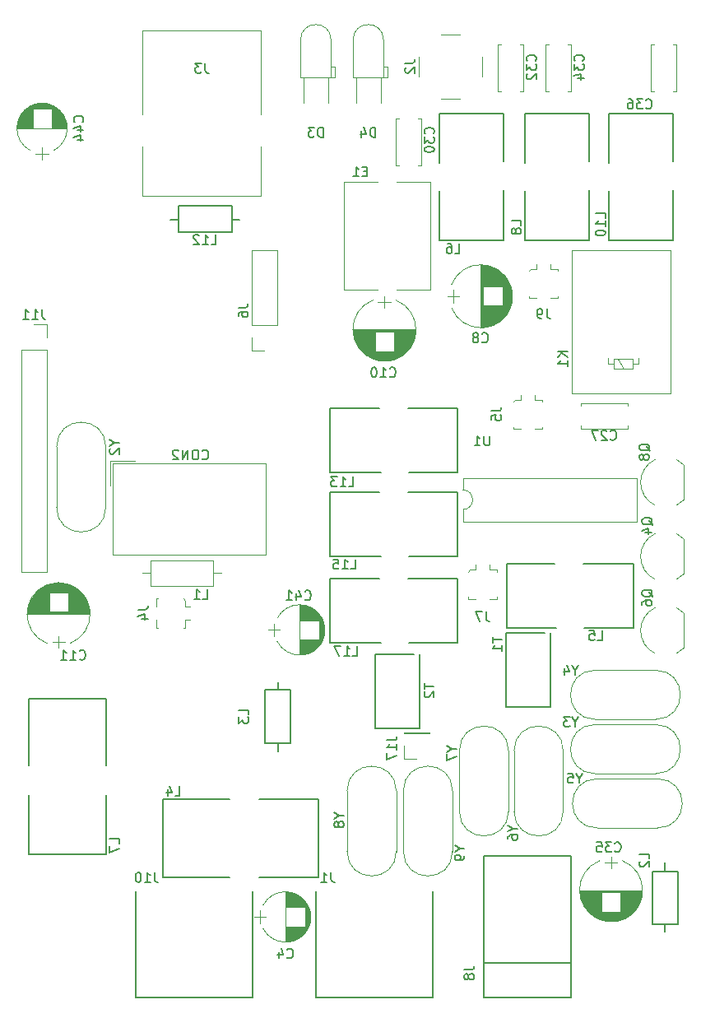
<source format=gbo>
G04 #@! TF.FileFunction,Legend,Bot*
%FSLAX46Y46*%
G04 Gerber Fmt 4.6, Leading zero omitted, Abs format (unit mm)*
G04 Created by KiCad (PCBNEW 4.0.7) date 09/18/22 11:46:45*
%MOMM*%
%LPD*%
G01*
G04 APERTURE LIST*
%ADD10C,0.100000*%
%ADD11C,0.120000*%
%ADD12C,0.150000*%
G04 APERTURE END LIST*
D10*
D11*
X151867820Y-88954136D02*
G75*
G02X145832518Y-88955000I-3017820J1179136D01*
G01*
X151867820Y-86595864D02*
G75*
G03X145832518Y-86595000I-3017820J-1179136D01*
G01*
X151867820Y-86595864D02*
G75*
G02X151867482Y-88955000I-3017820J-1179136D01*
G01*
X148850000Y-90975000D02*
X148850000Y-84575000D01*
X148890000Y-90975000D02*
X148890000Y-84575000D01*
X148930000Y-90975000D02*
X148930000Y-84575000D01*
X148970000Y-90973000D02*
X148970000Y-84577000D01*
X149010000Y-90972000D02*
X149010000Y-84578000D01*
X149050000Y-90969000D02*
X149050000Y-84581000D01*
X149090000Y-90967000D02*
X149090000Y-84583000D01*
X149130000Y-90963000D02*
X149130000Y-88755000D01*
X149130000Y-86795000D02*
X149130000Y-84587000D01*
X149170000Y-90960000D02*
X149170000Y-88755000D01*
X149170000Y-86795000D02*
X149170000Y-84590000D01*
X149210000Y-90955000D02*
X149210000Y-88755000D01*
X149210000Y-86795000D02*
X149210000Y-84595000D01*
X149250000Y-90951000D02*
X149250000Y-88755000D01*
X149250000Y-86795000D02*
X149250000Y-84599000D01*
X149290000Y-90945000D02*
X149290000Y-88755000D01*
X149290000Y-86795000D02*
X149290000Y-84605000D01*
X149330000Y-90940000D02*
X149330000Y-88755000D01*
X149330000Y-86795000D02*
X149330000Y-84610000D01*
X149370000Y-90933000D02*
X149370000Y-88755000D01*
X149370000Y-86795000D02*
X149370000Y-84617000D01*
X149410000Y-90927000D02*
X149410000Y-88755000D01*
X149410000Y-86795000D02*
X149410000Y-84623000D01*
X149450000Y-90919000D02*
X149450000Y-88755000D01*
X149450000Y-86795000D02*
X149450000Y-84631000D01*
X149490000Y-90912000D02*
X149490000Y-88755000D01*
X149490000Y-86795000D02*
X149490000Y-84638000D01*
X149530000Y-90903000D02*
X149530000Y-88755000D01*
X149530000Y-86795000D02*
X149530000Y-84647000D01*
X149571000Y-90894000D02*
X149571000Y-88755000D01*
X149571000Y-86795000D02*
X149571000Y-84656000D01*
X149611000Y-90885000D02*
X149611000Y-88755000D01*
X149611000Y-86795000D02*
X149611000Y-84665000D01*
X149651000Y-90875000D02*
X149651000Y-88755000D01*
X149651000Y-86795000D02*
X149651000Y-84675000D01*
X149691000Y-90865000D02*
X149691000Y-88755000D01*
X149691000Y-86795000D02*
X149691000Y-84685000D01*
X149731000Y-90854000D02*
X149731000Y-88755000D01*
X149731000Y-86795000D02*
X149731000Y-84696000D01*
X149771000Y-90842000D02*
X149771000Y-88755000D01*
X149771000Y-86795000D02*
X149771000Y-84708000D01*
X149811000Y-90830000D02*
X149811000Y-88755000D01*
X149811000Y-86795000D02*
X149811000Y-84720000D01*
X149851000Y-90817000D02*
X149851000Y-88755000D01*
X149851000Y-86795000D02*
X149851000Y-84733000D01*
X149891000Y-90804000D02*
X149891000Y-88755000D01*
X149891000Y-86795000D02*
X149891000Y-84746000D01*
X149931000Y-90790000D02*
X149931000Y-88755000D01*
X149931000Y-86795000D02*
X149931000Y-84760000D01*
X149971000Y-90776000D02*
X149971000Y-88755000D01*
X149971000Y-86795000D02*
X149971000Y-84774000D01*
X150011000Y-90761000D02*
X150011000Y-88755000D01*
X150011000Y-86795000D02*
X150011000Y-84789000D01*
X150051000Y-90745000D02*
X150051000Y-88755000D01*
X150051000Y-86795000D02*
X150051000Y-84805000D01*
X150091000Y-90729000D02*
X150091000Y-88755000D01*
X150091000Y-86795000D02*
X150091000Y-84821000D01*
X150131000Y-90712000D02*
X150131000Y-88755000D01*
X150131000Y-86795000D02*
X150131000Y-84838000D01*
X150171000Y-90694000D02*
X150171000Y-88755000D01*
X150171000Y-86795000D02*
X150171000Y-84856000D01*
X150211000Y-90676000D02*
X150211000Y-88755000D01*
X150211000Y-86795000D02*
X150211000Y-84874000D01*
X150251000Y-90657000D02*
X150251000Y-88755000D01*
X150251000Y-86795000D02*
X150251000Y-84893000D01*
X150291000Y-90638000D02*
X150291000Y-88755000D01*
X150291000Y-86795000D02*
X150291000Y-84912000D01*
X150331000Y-90618000D02*
X150331000Y-88755000D01*
X150331000Y-86795000D02*
X150331000Y-84932000D01*
X150371000Y-90597000D02*
X150371000Y-88755000D01*
X150371000Y-86795000D02*
X150371000Y-84953000D01*
X150411000Y-90575000D02*
X150411000Y-88755000D01*
X150411000Y-86795000D02*
X150411000Y-84975000D01*
X150451000Y-90553000D02*
X150451000Y-88755000D01*
X150451000Y-86795000D02*
X150451000Y-84997000D01*
X150491000Y-90530000D02*
X150491000Y-88755000D01*
X150491000Y-86795000D02*
X150491000Y-85020000D01*
X150531000Y-90506000D02*
X150531000Y-88755000D01*
X150531000Y-86795000D02*
X150531000Y-85044000D01*
X150571000Y-90481000D02*
X150571000Y-88755000D01*
X150571000Y-86795000D02*
X150571000Y-85069000D01*
X150611000Y-90456000D02*
X150611000Y-88755000D01*
X150611000Y-86795000D02*
X150611000Y-85094000D01*
X150651000Y-90429000D02*
X150651000Y-88755000D01*
X150651000Y-86795000D02*
X150651000Y-85121000D01*
X150691000Y-90402000D02*
X150691000Y-88755000D01*
X150691000Y-86795000D02*
X150691000Y-85148000D01*
X150731000Y-90374000D02*
X150731000Y-88755000D01*
X150731000Y-86795000D02*
X150731000Y-85176000D01*
X150771000Y-90345000D02*
X150771000Y-88755000D01*
X150771000Y-86795000D02*
X150771000Y-85205000D01*
X150811000Y-90315000D02*
X150811000Y-88755000D01*
X150811000Y-86795000D02*
X150811000Y-85235000D01*
X150851000Y-90285000D02*
X150851000Y-88755000D01*
X150851000Y-86795000D02*
X150851000Y-85265000D01*
X150891000Y-90253000D02*
X150891000Y-88755000D01*
X150891000Y-86795000D02*
X150891000Y-85297000D01*
X150931000Y-90220000D02*
X150931000Y-88755000D01*
X150931000Y-86795000D02*
X150931000Y-85330000D01*
X150971000Y-90186000D02*
X150971000Y-88755000D01*
X150971000Y-86795000D02*
X150971000Y-85364000D01*
X151011000Y-90150000D02*
X151011000Y-88755000D01*
X151011000Y-86795000D02*
X151011000Y-85400000D01*
X151051000Y-90114000D02*
X151051000Y-88755000D01*
X151051000Y-86795000D02*
X151051000Y-85436000D01*
X151091000Y-90076000D02*
X151091000Y-85474000D01*
X151131000Y-90037000D02*
X151131000Y-85513000D01*
X151171000Y-89997000D02*
X151171000Y-85553000D01*
X151211000Y-89955000D02*
X151211000Y-85595000D01*
X151251000Y-89912000D02*
X151251000Y-85638000D01*
X151291000Y-89867000D02*
X151291000Y-85683000D01*
X151331000Y-89820000D02*
X151331000Y-85730000D01*
X151371000Y-89772000D02*
X151371000Y-85778000D01*
X151411000Y-89721000D02*
X151411000Y-85829000D01*
X151451000Y-89669000D02*
X151451000Y-85881000D01*
X151491000Y-89614000D02*
X151491000Y-85936000D01*
X151531000Y-89556000D02*
X151531000Y-85994000D01*
X151571000Y-89496000D02*
X151571000Y-86054000D01*
X151611000Y-89433000D02*
X151611000Y-86117000D01*
X151651000Y-89366000D02*
X151651000Y-86184000D01*
X151691000Y-89295000D02*
X151691000Y-86255000D01*
X151731000Y-89220000D02*
X151731000Y-86330000D01*
X151771000Y-89139000D02*
X151771000Y-86411000D01*
X151811000Y-89053000D02*
X151811000Y-86497000D01*
X151851000Y-88959000D02*
X151851000Y-86591000D01*
X151891000Y-88856000D02*
X151891000Y-86694000D01*
X151931000Y-88741000D02*
X151931000Y-86809000D01*
X151971000Y-88609000D02*
X151971000Y-86941000D01*
X152011000Y-88451000D02*
X152011000Y-87099000D01*
X152051000Y-88243000D02*
X152051000Y-87307000D01*
X145400000Y-87775000D02*
X146600000Y-87775000D01*
X146000000Y-88425000D02*
X146000000Y-87125000D01*
D12*
X131922000Y-159964000D02*
X131922000Y-148964000D01*
X143922000Y-159964000D02*
X143922000Y-148964000D01*
X131922000Y-159964000D02*
X143922000Y-159964000D01*
D11*
X118450000Y-121075000D02*
X118950000Y-121075000D01*
X118450000Y-119675000D02*
X118950000Y-119675000D01*
X118450000Y-119675000D02*
X118450000Y-119075000D01*
X118450000Y-119075000D02*
X118250000Y-118875000D01*
X118250000Y-121875000D02*
X118450000Y-121875000D01*
X118450000Y-121875000D02*
X118450000Y-121075000D01*
X115450000Y-121075000D02*
X115450000Y-121875000D01*
X115450000Y-121875000D02*
X115650000Y-121875000D01*
X115650000Y-118875000D02*
X115450000Y-118875000D01*
X115450000Y-118875000D02*
X115450000Y-119675000D01*
X147006000Y-109712000D02*
G75*
G03X147006000Y-107712000I0J1000000D01*
G01*
X147006000Y-107712000D02*
X147006000Y-106462000D01*
X147006000Y-106462000D02*
X164906000Y-106462000D01*
X164906000Y-106462000D02*
X164906000Y-110962000D01*
X164906000Y-110962000D02*
X147006000Y-110962000D01*
X147006000Y-110962000D02*
X147006000Y-109712000D01*
X131045722Y-152809723D02*
G75*
G02X126434420Y-152810000I-2305722J1179723D01*
G01*
X131045722Y-150450277D02*
G75*
G03X126434420Y-150450000I-2305722J-1179723D01*
G01*
X131045722Y-150450277D02*
G75*
G02X131045580Y-152810000I-2305722J-1179723D01*
G01*
X128740000Y-154180000D02*
X128740000Y-149080000D01*
X128780000Y-154180000D02*
X128780000Y-152610000D01*
X128780000Y-150650000D02*
X128780000Y-149080000D01*
X128820000Y-154179000D02*
X128820000Y-152610000D01*
X128820000Y-150650000D02*
X128820000Y-149081000D01*
X128860000Y-154178000D02*
X128860000Y-152610000D01*
X128860000Y-150650000D02*
X128860000Y-149082000D01*
X128900000Y-154176000D02*
X128900000Y-152610000D01*
X128900000Y-150650000D02*
X128900000Y-149084000D01*
X128940000Y-154173000D02*
X128940000Y-152610000D01*
X128940000Y-150650000D02*
X128940000Y-149087000D01*
X128980000Y-154169000D02*
X128980000Y-152610000D01*
X128980000Y-150650000D02*
X128980000Y-149091000D01*
X129020000Y-154165000D02*
X129020000Y-152610000D01*
X129020000Y-150650000D02*
X129020000Y-149095000D01*
X129060000Y-154161000D02*
X129060000Y-152610000D01*
X129060000Y-150650000D02*
X129060000Y-149099000D01*
X129100000Y-154155000D02*
X129100000Y-152610000D01*
X129100000Y-150650000D02*
X129100000Y-149105000D01*
X129140000Y-154149000D02*
X129140000Y-152610000D01*
X129140000Y-150650000D02*
X129140000Y-149111000D01*
X129180000Y-154143000D02*
X129180000Y-152610000D01*
X129180000Y-150650000D02*
X129180000Y-149117000D01*
X129220000Y-154136000D02*
X129220000Y-152610000D01*
X129220000Y-150650000D02*
X129220000Y-149124000D01*
X129260000Y-154128000D02*
X129260000Y-152610000D01*
X129260000Y-150650000D02*
X129260000Y-149132000D01*
X129300000Y-154119000D02*
X129300000Y-152610000D01*
X129300000Y-150650000D02*
X129300000Y-149141000D01*
X129340000Y-154110000D02*
X129340000Y-152610000D01*
X129340000Y-150650000D02*
X129340000Y-149150000D01*
X129380000Y-154100000D02*
X129380000Y-152610000D01*
X129380000Y-150650000D02*
X129380000Y-149160000D01*
X129420000Y-154090000D02*
X129420000Y-152610000D01*
X129420000Y-150650000D02*
X129420000Y-149170000D01*
X129461000Y-154078000D02*
X129461000Y-152610000D01*
X129461000Y-150650000D02*
X129461000Y-149182000D01*
X129501000Y-154066000D02*
X129501000Y-152610000D01*
X129501000Y-150650000D02*
X129501000Y-149194000D01*
X129541000Y-154054000D02*
X129541000Y-152610000D01*
X129541000Y-150650000D02*
X129541000Y-149206000D01*
X129581000Y-154040000D02*
X129581000Y-152610000D01*
X129581000Y-150650000D02*
X129581000Y-149220000D01*
X129621000Y-154026000D02*
X129621000Y-152610000D01*
X129621000Y-150650000D02*
X129621000Y-149234000D01*
X129661000Y-154012000D02*
X129661000Y-152610000D01*
X129661000Y-150650000D02*
X129661000Y-149248000D01*
X129701000Y-153996000D02*
X129701000Y-152610000D01*
X129701000Y-150650000D02*
X129701000Y-149264000D01*
X129741000Y-153980000D02*
X129741000Y-152610000D01*
X129741000Y-150650000D02*
X129741000Y-149280000D01*
X129781000Y-153963000D02*
X129781000Y-152610000D01*
X129781000Y-150650000D02*
X129781000Y-149297000D01*
X129821000Y-153945000D02*
X129821000Y-152610000D01*
X129821000Y-150650000D02*
X129821000Y-149315000D01*
X129861000Y-153926000D02*
X129861000Y-152610000D01*
X129861000Y-150650000D02*
X129861000Y-149334000D01*
X129901000Y-153906000D02*
X129901000Y-152610000D01*
X129901000Y-150650000D02*
X129901000Y-149354000D01*
X129941000Y-153886000D02*
X129941000Y-152610000D01*
X129941000Y-150650000D02*
X129941000Y-149374000D01*
X129981000Y-153864000D02*
X129981000Y-152610000D01*
X129981000Y-150650000D02*
X129981000Y-149396000D01*
X130021000Y-153842000D02*
X130021000Y-152610000D01*
X130021000Y-150650000D02*
X130021000Y-149418000D01*
X130061000Y-153819000D02*
X130061000Y-152610000D01*
X130061000Y-150650000D02*
X130061000Y-149441000D01*
X130101000Y-153795000D02*
X130101000Y-152610000D01*
X130101000Y-150650000D02*
X130101000Y-149465000D01*
X130141000Y-153770000D02*
X130141000Y-152610000D01*
X130141000Y-150650000D02*
X130141000Y-149490000D01*
X130181000Y-153743000D02*
X130181000Y-152610000D01*
X130181000Y-150650000D02*
X130181000Y-149517000D01*
X130221000Y-153716000D02*
X130221000Y-152610000D01*
X130221000Y-150650000D02*
X130221000Y-149544000D01*
X130261000Y-153688000D02*
X130261000Y-152610000D01*
X130261000Y-150650000D02*
X130261000Y-149572000D01*
X130301000Y-153658000D02*
X130301000Y-152610000D01*
X130301000Y-150650000D02*
X130301000Y-149602000D01*
X130341000Y-153627000D02*
X130341000Y-152610000D01*
X130341000Y-150650000D02*
X130341000Y-149633000D01*
X130381000Y-153595000D02*
X130381000Y-152610000D01*
X130381000Y-150650000D02*
X130381000Y-149665000D01*
X130421000Y-153562000D02*
X130421000Y-152610000D01*
X130421000Y-150650000D02*
X130421000Y-149698000D01*
X130461000Y-153527000D02*
X130461000Y-152610000D01*
X130461000Y-150650000D02*
X130461000Y-149733000D01*
X130501000Y-153491000D02*
X130501000Y-152610000D01*
X130501000Y-150650000D02*
X130501000Y-149769000D01*
X130541000Y-153453000D02*
X130541000Y-152610000D01*
X130541000Y-150650000D02*
X130541000Y-149807000D01*
X130581000Y-153413000D02*
X130581000Y-152610000D01*
X130581000Y-150650000D02*
X130581000Y-149847000D01*
X130621000Y-153372000D02*
X130621000Y-152610000D01*
X130621000Y-150650000D02*
X130621000Y-149888000D01*
X130661000Y-153329000D02*
X130661000Y-152610000D01*
X130661000Y-150650000D02*
X130661000Y-149931000D01*
X130701000Y-153284000D02*
X130701000Y-152610000D01*
X130701000Y-150650000D02*
X130701000Y-149976000D01*
X130741000Y-153236000D02*
X130741000Y-150024000D01*
X130781000Y-153186000D02*
X130781000Y-150074000D01*
X130821000Y-153134000D02*
X130821000Y-150126000D01*
X130861000Y-153078000D02*
X130861000Y-150182000D01*
X130901000Y-153020000D02*
X130901000Y-150240000D01*
X130941000Y-152957000D02*
X130941000Y-150303000D01*
X130981000Y-152891000D02*
X130981000Y-150369000D01*
X131021000Y-152819000D02*
X131021000Y-150441000D01*
X131061000Y-152742000D02*
X131061000Y-150518000D01*
X131101000Y-152658000D02*
X131101000Y-150602000D01*
X131141000Y-152564000D02*
X131141000Y-150696000D01*
X131181000Y-152459000D02*
X131181000Y-150801000D01*
X131221000Y-152337000D02*
X131221000Y-150923000D01*
X131261000Y-152189000D02*
X131261000Y-151071000D01*
X131301000Y-151984000D02*
X131301000Y-151276000D01*
X125540000Y-151630000D02*
X126740000Y-151630000D01*
X126140000Y-152280000D02*
X126140000Y-150980000D01*
X125245000Y-83075000D02*
X127905000Y-83075000D01*
X125245000Y-90755000D02*
X125245000Y-83075000D01*
X127905000Y-90755000D02*
X127905000Y-83075000D01*
X125245000Y-90755000D02*
X127905000Y-90755000D01*
X125245000Y-92025000D02*
X125245000Y-93355000D01*
X125245000Y-93355000D02*
X126575000Y-93355000D01*
X137745864Y-94217820D02*
G75*
G02X137745000Y-88182518I1179136J3017820D01*
G01*
X140104136Y-94217820D02*
G75*
G03X140105000Y-88182518I-1179136J3017820D01*
G01*
X140104136Y-94217820D02*
G75*
G02X137745000Y-94217482I-1179136J3017820D01*
G01*
X135725000Y-91200000D02*
X142125000Y-91200000D01*
X135725000Y-91240000D02*
X142125000Y-91240000D01*
X135725000Y-91280000D02*
X142125000Y-91280000D01*
X135727000Y-91320000D02*
X142123000Y-91320000D01*
X135728000Y-91360000D02*
X142122000Y-91360000D01*
X135731000Y-91400000D02*
X142119000Y-91400000D01*
X135733000Y-91440000D02*
X142117000Y-91440000D01*
X135737000Y-91480000D02*
X137945000Y-91480000D01*
X139905000Y-91480000D02*
X142113000Y-91480000D01*
X135740000Y-91520000D02*
X137945000Y-91520000D01*
X139905000Y-91520000D02*
X142110000Y-91520000D01*
X135745000Y-91560000D02*
X137945000Y-91560000D01*
X139905000Y-91560000D02*
X142105000Y-91560000D01*
X135749000Y-91600000D02*
X137945000Y-91600000D01*
X139905000Y-91600000D02*
X142101000Y-91600000D01*
X135755000Y-91640000D02*
X137945000Y-91640000D01*
X139905000Y-91640000D02*
X142095000Y-91640000D01*
X135760000Y-91680000D02*
X137945000Y-91680000D01*
X139905000Y-91680000D02*
X142090000Y-91680000D01*
X135767000Y-91720000D02*
X137945000Y-91720000D01*
X139905000Y-91720000D02*
X142083000Y-91720000D01*
X135773000Y-91760000D02*
X137945000Y-91760000D01*
X139905000Y-91760000D02*
X142077000Y-91760000D01*
X135781000Y-91800000D02*
X137945000Y-91800000D01*
X139905000Y-91800000D02*
X142069000Y-91800000D01*
X135788000Y-91840000D02*
X137945000Y-91840000D01*
X139905000Y-91840000D02*
X142062000Y-91840000D01*
X135797000Y-91880000D02*
X137945000Y-91880000D01*
X139905000Y-91880000D02*
X142053000Y-91880000D01*
X135806000Y-91921000D02*
X137945000Y-91921000D01*
X139905000Y-91921000D02*
X142044000Y-91921000D01*
X135815000Y-91961000D02*
X137945000Y-91961000D01*
X139905000Y-91961000D02*
X142035000Y-91961000D01*
X135825000Y-92001000D02*
X137945000Y-92001000D01*
X139905000Y-92001000D02*
X142025000Y-92001000D01*
X135835000Y-92041000D02*
X137945000Y-92041000D01*
X139905000Y-92041000D02*
X142015000Y-92041000D01*
X135846000Y-92081000D02*
X137945000Y-92081000D01*
X139905000Y-92081000D02*
X142004000Y-92081000D01*
X135858000Y-92121000D02*
X137945000Y-92121000D01*
X139905000Y-92121000D02*
X141992000Y-92121000D01*
X135870000Y-92161000D02*
X137945000Y-92161000D01*
X139905000Y-92161000D02*
X141980000Y-92161000D01*
X135883000Y-92201000D02*
X137945000Y-92201000D01*
X139905000Y-92201000D02*
X141967000Y-92201000D01*
X135896000Y-92241000D02*
X137945000Y-92241000D01*
X139905000Y-92241000D02*
X141954000Y-92241000D01*
X135910000Y-92281000D02*
X137945000Y-92281000D01*
X139905000Y-92281000D02*
X141940000Y-92281000D01*
X135924000Y-92321000D02*
X137945000Y-92321000D01*
X139905000Y-92321000D02*
X141926000Y-92321000D01*
X135939000Y-92361000D02*
X137945000Y-92361000D01*
X139905000Y-92361000D02*
X141911000Y-92361000D01*
X135955000Y-92401000D02*
X137945000Y-92401000D01*
X139905000Y-92401000D02*
X141895000Y-92401000D01*
X135971000Y-92441000D02*
X137945000Y-92441000D01*
X139905000Y-92441000D02*
X141879000Y-92441000D01*
X135988000Y-92481000D02*
X137945000Y-92481000D01*
X139905000Y-92481000D02*
X141862000Y-92481000D01*
X136006000Y-92521000D02*
X137945000Y-92521000D01*
X139905000Y-92521000D02*
X141844000Y-92521000D01*
X136024000Y-92561000D02*
X137945000Y-92561000D01*
X139905000Y-92561000D02*
X141826000Y-92561000D01*
X136043000Y-92601000D02*
X137945000Y-92601000D01*
X139905000Y-92601000D02*
X141807000Y-92601000D01*
X136062000Y-92641000D02*
X137945000Y-92641000D01*
X139905000Y-92641000D02*
X141788000Y-92641000D01*
X136082000Y-92681000D02*
X137945000Y-92681000D01*
X139905000Y-92681000D02*
X141768000Y-92681000D01*
X136103000Y-92721000D02*
X137945000Y-92721000D01*
X139905000Y-92721000D02*
X141747000Y-92721000D01*
X136125000Y-92761000D02*
X137945000Y-92761000D01*
X139905000Y-92761000D02*
X141725000Y-92761000D01*
X136147000Y-92801000D02*
X137945000Y-92801000D01*
X139905000Y-92801000D02*
X141703000Y-92801000D01*
X136170000Y-92841000D02*
X137945000Y-92841000D01*
X139905000Y-92841000D02*
X141680000Y-92841000D01*
X136194000Y-92881000D02*
X137945000Y-92881000D01*
X139905000Y-92881000D02*
X141656000Y-92881000D01*
X136219000Y-92921000D02*
X137945000Y-92921000D01*
X139905000Y-92921000D02*
X141631000Y-92921000D01*
X136244000Y-92961000D02*
X137945000Y-92961000D01*
X139905000Y-92961000D02*
X141606000Y-92961000D01*
X136271000Y-93001000D02*
X137945000Y-93001000D01*
X139905000Y-93001000D02*
X141579000Y-93001000D01*
X136298000Y-93041000D02*
X137945000Y-93041000D01*
X139905000Y-93041000D02*
X141552000Y-93041000D01*
X136326000Y-93081000D02*
X137945000Y-93081000D01*
X139905000Y-93081000D02*
X141524000Y-93081000D01*
X136355000Y-93121000D02*
X137945000Y-93121000D01*
X139905000Y-93121000D02*
X141495000Y-93121000D01*
X136385000Y-93161000D02*
X137945000Y-93161000D01*
X139905000Y-93161000D02*
X141465000Y-93161000D01*
X136415000Y-93201000D02*
X137945000Y-93201000D01*
X139905000Y-93201000D02*
X141435000Y-93201000D01*
X136447000Y-93241000D02*
X137945000Y-93241000D01*
X139905000Y-93241000D02*
X141403000Y-93241000D01*
X136480000Y-93281000D02*
X137945000Y-93281000D01*
X139905000Y-93281000D02*
X141370000Y-93281000D01*
X136514000Y-93321000D02*
X137945000Y-93321000D01*
X139905000Y-93321000D02*
X141336000Y-93321000D01*
X136550000Y-93361000D02*
X137945000Y-93361000D01*
X139905000Y-93361000D02*
X141300000Y-93361000D01*
X136586000Y-93401000D02*
X137945000Y-93401000D01*
X139905000Y-93401000D02*
X141264000Y-93401000D01*
X136624000Y-93441000D02*
X141226000Y-93441000D01*
X136663000Y-93481000D02*
X141187000Y-93481000D01*
X136703000Y-93521000D02*
X141147000Y-93521000D01*
X136745000Y-93561000D02*
X141105000Y-93561000D01*
X136788000Y-93601000D02*
X141062000Y-93601000D01*
X136833000Y-93641000D02*
X141017000Y-93641000D01*
X136880000Y-93681000D02*
X140970000Y-93681000D01*
X136928000Y-93721000D02*
X140922000Y-93721000D01*
X136979000Y-93761000D02*
X140871000Y-93761000D01*
X137031000Y-93801000D02*
X140819000Y-93801000D01*
X137086000Y-93841000D02*
X140764000Y-93841000D01*
X137144000Y-93881000D02*
X140706000Y-93881000D01*
X137204000Y-93921000D02*
X140646000Y-93921000D01*
X137267000Y-93961000D02*
X140583000Y-93961000D01*
X137334000Y-94001000D02*
X140516000Y-94001000D01*
X137405000Y-94041000D02*
X140445000Y-94041000D01*
X137480000Y-94081000D02*
X140370000Y-94081000D01*
X137561000Y-94121000D02*
X140289000Y-94121000D01*
X137647000Y-94161000D02*
X140203000Y-94161000D01*
X137741000Y-94201000D02*
X140109000Y-94201000D01*
X137844000Y-94241000D02*
X140006000Y-94241000D01*
X137959000Y-94281000D02*
X139891000Y-94281000D01*
X138091000Y-94321000D02*
X139759000Y-94321000D01*
X138249000Y-94361000D02*
X139601000Y-94361000D01*
X138457000Y-94401000D02*
X139393000Y-94401000D01*
X138925000Y-87750000D02*
X138925000Y-88950000D01*
X138275000Y-88350000D02*
X139575000Y-88350000D01*
X110250000Y-109510000D02*
X110250000Y-103260000D01*
X105200000Y-109510000D02*
X105200000Y-103260000D01*
X105200000Y-109510000D02*
G75*
G03X110250000Y-109510000I2525000J0D01*
G01*
X105200000Y-103260000D02*
G75*
G02X110250000Y-103260000I2525000J0D01*
G01*
X110950000Y-114345000D02*
X126730000Y-114345000D01*
X126730000Y-114345000D02*
X126730000Y-104995000D01*
X126730000Y-104995000D02*
X110950000Y-104995000D01*
X110950000Y-104995000D02*
X110950000Y-114345000D01*
X110700000Y-104745000D02*
X113240000Y-104745000D01*
X110700000Y-104745000D02*
X110700000Y-107285000D01*
X144725000Y-67450000D02*
X146725000Y-67450000D01*
X144725000Y-60850000D02*
X146725000Y-60850000D01*
X149025000Y-65150000D02*
X149025000Y-63150000D01*
X142425000Y-65150000D02*
X142425000Y-63150000D01*
D12*
X113380000Y-159964000D02*
X113380000Y-148964000D01*
X125380000Y-159964000D02*
X125380000Y-148964000D01*
X113380000Y-159964000D02*
X125380000Y-159964000D01*
D11*
X158242000Y-83058000D02*
X158242000Y-97790000D01*
X158242000Y-97790000D02*
X168402000Y-97790000D01*
X168402000Y-97790000D02*
X168402000Y-83058000D01*
X168402000Y-83058000D02*
X158242000Y-83058000D01*
X162916000Y-94234000D02*
X163551000Y-95250000D01*
X165100000Y-94107000D02*
X165100000Y-94742000D01*
X165100000Y-94742000D02*
X164440000Y-94742000D01*
X161900000Y-94107000D02*
X161900000Y-94742000D01*
X161900000Y-94742000D02*
X162535000Y-94742000D01*
X162535000Y-94234000D02*
X164440000Y-94234000D01*
X164440000Y-94234000D02*
X164440000Y-95250000D01*
X164440000Y-95250000D02*
X162535000Y-95250000D01*
X162535000Y-94234000D02*
X162535000Y-95250000D01*
X114870000Y-117560000D02*
X114870000Y-114940000D01*
X114870000Y-114940000D02*
X121290000Y-114940000D01*
X121290000Y-114940000D02*
X121290000Y-117560000D01*
X121290000Y-117560000D02*
X114870000Y-117560000D01*
X113980000Y-116250000D02*
X114870000Y-116250000D01*
X122180000Y-116250000D02*
X121290000Y-116250000D01*
D12*
X167775000Y-152415260D02*
X167775000Y-153177260D01*
X167775000Y-146954260D02*
X167775000Y-146065260D01*
X166505000Y-152415260D02*
X169172000Y-152415260D01*
X169172000Y-152415260D02*
X169172000Y-146954260D01*
X169172000Y-146954260D02*
X166505000Y-146954260D01*
X166505000Y-146954260D02*
X166505000Y-152415260D01*
X164592000Y-115316000D02*
X159385000Y-115316000D01*
X151511000Y-115316000D02*
X156464000Y-115316000D01*
X164592000Y-121920000D02*
X159512000Y-121920000D01*
X151511000Y-121920000D02*
X156591000Y-121920000D01*
X151511000Y-121920000D02*
X151511000Y-115316000D01*
X164592000Y-115316000D02*
X164592000Y-121920000D01*
D11*
X169744000Y-120374000D02*
X169744000Y-123974000D01*
X169016795Y-119849816D02*
G75*
G02X169744000Y-120374000I-1122795J-2324184D01*
G01*
X166795193Y-119817600D02*
G75*
G03X165294000Y-122174000I1098807J-2356400D01*
G01*
X166795193Y-124530400D02*
G75*
G02X165294000Y-122174000I1098807J2356400D01*
G01*
X169016795Y-124498184D02*
G75*
G03X169744000Y-123974000I-1122795J2324184D01*
G01*
X169744000Y-105134000D02*
X169744000Y-108734000D01*
X169016795Y-104609816D02*
G75*
G02X169744000Y-105134000I-1122795J-2324184D01*
G01*
X166795193Y-104577600D02*
G75*
G03X165294000Y-106934000I1098807J-2356400D01*
G01*
X166795193Y-109290400D02*
G75*
G02X165294000Y-106934000I1098807J2356400D01*
G01*
X169016795Y-109258184D02*
G75*
G03X169744000Y-108734000I-1122795J2324184D01*
G01*
D12*
X158170880Y-156400500D02*
X149169120Y-156400500D01*
X158170880Y-159900620D02*
X149169120Y-159900620D01*
X149169120Y-159900620D02*
X149169120Y-145399760D01*
X149169120Y-145399760D02*
X158170880Y-145399760D01*
X158170880Y-145399760D02*
X158170880Y-159900620D01*
D11*
X104879723Y-68194278D02*
G75*
G02X104880000Y-72805580I-1179723J-2305722D01*
G01*
X102520277Y-68194278D02*
G75*
G03X102520000Y-72805580I1179723J-2305722D01*
G01*
X102520277Y-68194278D02*
G75*
G02X104880000Y-68194420I1179723J-2305722D01*
G01*
X106250000Y-70500000D02*
X101150000Y-70500000D01*
X106250000Y-70460000D02*
X104680000Y-70460000D01*
X102720000Y-70460000D02*
X101150000Y-70460000D01*
X106249000Y-70420000D02*
X104680000Y-70420000D01*
X102720000Y-70420000D02*
X101151000Y-70420000D01*
X106248000Y-70380000D02*
X104680000Y-70380000D01*
X102720000Y-70380000D02*
X101152000Y-70380000D01*
X106246000Y-70340000D02*
X104680000Y-70340000D01*
X102720000Y-70340000D02*
X101154000Y-70340000D01*
X106243000Y-70300000D02*
X104680000Y-70300000D01*
X102720000Y-70300000D02*
X101157000Y-70300000D01*
X106239000Y-70260000D02*
X104680000Y-70260000D01*
X102720000Y-70260000D02*
X101161000Y-70260000D01*
X106235000Y-70220000D02*
X104680000Y-70220000D01*
X102720000Y-70220000D02*
X101165000Y-70220000D01*
X106231000Y-70180000D02*
X104680000Y-70180000D01*
X102720000Y-70180000D02*
X101169000Y-70180000D01*
X106225000Y-70140000D02*
X104680000Y-70140000D01*
X102720000Y-70140000D02*
X101175000Y-70140000D01*
X106219000Y-70100000D02*
X104680000Y-70100000D01*
X102720000Y-70100000D02*
X101181000Y-70100000D01*
X106213000Y-70060000D02*
X104680000Y-70060000D01*
X102720000Y-70060000D02*
X101187000Y-70060000D01*
X106206000Y-70020000D02*
X104680000Y-70020000D01*
X102720000Y-70020000D02*
X101194000Y-70020000D01*
X106198000Y-69980000D02*
X104680000Y-69980000D01*
X102720000Y-69980000D02*
X101202000Y-69980000D01*
X106189000Y-69940000D02*
X104680000Y-69940000D01*
X102720000Y-69940000D02*
X101211000Y-69940000D01*
X106180000Y-69900000D02*
X104680000Y-69900000D01*
X102720000Y-69900000D02*
X101220000Y-69900000D01*
X106170000Y-69860000D02*
X104680000Y-69860000D01*
X102720000Y-69860000D02*
X101230000Y-69860000D01*
X106160000Y-69820000D02*
X104680000Y-69820000D01*
X102720000Y-69820000D02*
X101240000Y-69820000D01*
X106148000Y-69779000D02*
X104680000Y-69779000D01*
X102720000Y-69779000D02*
X101252000Y-69779000D01*
X106136000Y-69739000D02*
X104680000Y-69739000D01*
X102720000Y-69739000D02*
X101264000Y-69739000D01*
X106124000Y-69699000D02*
X104680000Y-69699000D01*
X102720000Y-69699000D02*
X101276000Y-69699000D01*
X106110000Y-69659000D02*
X104680000Y-69659000D01*
X102720000Y-69659000D02*
X101290000Y-69659000D01*
X106096000Y-69619000D02*
X104680000Y-69619000D01*
X102720000Y-69619000D02*
X101304000Y-69619000D01*
X106082000Y-69579000D02*
X104680000Y-69579000D01*
X102720000Y-69579000D02*
X101318000Y-69579000D01*
X106066000Y-69539000D02*
X104680000Y-69539000D01*
X102720000Y-69539000D02*
X101334000Y-69539000D01*
X106050000Y-69499000D02*
X104680000Y-69499000D01*
X102720000Y-69499000D02*
X101350000Y-69499000D01*
X106033000Y-69459000D02*
X104680000Y-69459000D01*
X102720000Y-69459000D02*
X101367000Y-69459000D01*
X106015000Y-69419000D02*
X104680000Y-69419000D01*
X102720000Y-69419000D02*
X101385000Y-69419000D01*
X105996000Y-69379000D02*
X104680000Y-69379000D01*
X102720000Y-69379000D02*
X101404000Y-69379000D01*
X105976000Y-69339000D02*
X104680000Y-69339000D01*
X102720000Y-69339000D02*
X101424000Y-69339000D01*
X105956000Y-69299000D02*
X104680000Y-69299000D01*
X102720000Y-69299000D02*
X101444000Y-69299000D01*
X105934000Y-69259000D02*
X104680000Y-69259000D01*
X102720000Y-69259000D02*
X101466000Y-69259000D01*
X105912000Y-69219000D02*
X104680000Y-69219000D01*
X102720000Y-69219000D02*
X101488000Y-69219000D01*
X105889000Y-69179000D02*
X104680000Y-69179000D01*
X102720000Y-69179000D02*
X101511000Y-69179000D01*
X105865000Y-69139000D02*
X104680000Y-69139000D01*
X102720000Y-69139000D02*
X101535000Y-69139000D01*
X105840000Y-69099000D02*
X104680000Y-69099000D01*
X102720000Y-69099000D02*
X101560000Y-69099000D01*
X105813000Y-69059000D02*
X104680000Y-69059000D01*
X102720000Y-69059000D02*
X101587000Y-69059000D01*
X105786000Y-69019000D02*
X104680000Y-69019000D01*
X102720000Y-69019000D02*
X101614000Y-69019000D01*
X105758000Y-68979000D02*
X104680000Y-68979000D01*
X102720000Y-68979000D02*
X101642000Y-68979000D01*
X105728000Y-68939000D02*
X104680000Y-68939000D01*
X102720000Y-68939000D02*
X101672000Y-68939000D01*
X105697000Y-68899000D02*
X104680000Y-68899000D01*
X102720000Y-68899000D02*
X101703000Y-68899000D01*
X105665000Y-68859000D02*
X104680000Y-68859000D01*
X102720000Y-68859000D02*
X101735000Y-68859000D01*
X105632000Y-68819000D02*
X104680000Y-68819000D01*
X102720000Y-68819000D02*
X101768000Y-68819000D01*
X105597000Y-68779000D02*
X104680000Y-68779000D01*
X102720000Y-68779000D02*
X101803000Y-68779000D01*
X105561000Y-68739000D02*
X104680000Y-68739000D01*
X102720000Y-68739000D02*
X101839000Y-68739000D01*
X105523000Y-68699000D02*
X104680000Y-68699000D01*
X102720000Y-68699000D02*
X101877000Y-68699000D01*
X105483000Y-68659000D02*
X104680000Y-68659000D01*
X102720000Y-68659000D02*
X101917000Y-68659000D01*
X105442000Y-68619000D02*
X104680000Y-68619000D01*
X102720000Y-68619000D02*
X101958000Y-68619000D01*
X105399000Y-68579000D02*
X104680000Y-68579000D01*
X102720000Y-68579000D02*
X102001000Y-68579000D01*
X105354000Y-68539000D02*
X104680000Y-68539000D01*
X102720000Y-68539000D02*
X102046000Y-68539000D01*
X105306000Y-68499000D02*
X102094000Y-68499000D01*
X105256000Y-68459000D02*
X102144000Y-68459000D01*
X105204000Y-68419000D02*
X102196000Y-68419000D01*
X105148000Y-68379000D02*
X102252000Y-68379000D01*
X105090000Y-68339000D02*
X102310000Y-68339000D01*
X105027000Y-68299000D02*
X102373000Y-68299000D01*
X104961000Y-68259000D02*
X102439000Y-68259000D01*
X104889000Y-68219000D02*
X102511000Y-68219000D01*
X104812000Y-68179000D02*
X102588000Y-68179000D01*
X104728000Y-68139000D02*
X102672000Y-68139000D01*
X104634000Y-68099000D02*
X102766000Y-68099000D01*
X104529000Y-68059000D02*
X102871000Y-68059000D01*
X104407000Y-68019000D02*
X102993000Y-68019000D01*
X104259000Y-67979000D02*
X103141000Y-67979000D01*
X104054000Y-67939000D02*
X103346000Y-67939000D01*
X103700000Y-73700000D02*
X103700000Y-72500000D01*
X104350000Y-73100000D02*
X103050000Y-73100000D01*
D12*
X123215260Y-79900000D02*
X123977260Y-79900000D01*
X117754260Y-79900000D02*
X116865260Y-79900000D01*
X123215260Y-81170000D02*
X123215260Y-78503000D01*
X123215260Y-78503000D02*
X117754260Y-78503000D01*
X117754260Y-78503000D02*
X117754260Y-81170000D01*
X117754260Y-81170000D02*
X123215260Y-81170000D01*
D11*
X114030000Y-69050000D02*
X114030000Y-60410000D01*
X114030000Y-77430000D02*
X114030000Y-72350000D01*
X126230000Y-69050000D02*
X126230000Y-60410000D01*
X126230000Y-77430000D02*
X126230000Y-72350000D01*
X126230000Y-60410000D02*
X114030000Y-60410000D01*
X114030000Y-77430000D02*
X126230000Y-77430000D01*
X161070864Y-151892820D02*
G75*
G02X161070000Y-145857518I1179136J3017820D01*
G01*
X163429136Y-151892820D02*
G75*
G03X163430000Y-145857518I-1179136J3017820D01*
G01*
X163429136Y-151892820D02*
G75*
G02X161070000Y-151892482I-1179136J3017820D01*
G01*
X159050000Y-148875000D02*
X165450000Y-148875000D01*
X159050000Y-148915000D02*
X165450000Y-148915000D01*
X159050000Y-148955000D02*
X165450000Y-148955000D01*
X159052000Y-148995000D02*
X165448000Y-148995000D01*
X159053000Y-149035000D02*
X165447000Y-149035000D01*
X159056000Y-149075000D02*
X165444000Y-149075000D01*
X159058000Y-149115000D02*
X165442000Y-149115000D01*
X159062000Y-149155000D02*
X161270000Y-149155000D01*
X163230000Y-149155000D02*
X165438000Y-149155000D01*
X159065000Y-149195000D02*
X161270000Y-149195000D01*
X163230000Y-149195000D02*
X165435000Y-149195000D01*
X159070000Y-149235000D02*
X161270000Y-149235000D01*
X163230000Y-149235000D02*
X165430000Y-149235000D01*
X159074000Y-149275000D02*
X161270000Y-149275000D01*
X163230000Y-149275000D02*
X165426000Y-149275000D01*
X159080000Y-149315000D02*
X161270000Y-149315000D01*
X163230000Y-149315000D02*
X165420000Y-149315000D01*
X159085000Y-149355000D02*
X161270000Y-149355000D01*
X163230000Y-149355000D02*
X165415000Y-149355000D01*
X159092000Y-149395000D02*
X161270000Y-149395000D01*
X163230000Y-149395000D02*
X165408000Y-149395000D01*
X159098000Y-149435000D02*
X161270000Y-149435000D01*
X163230000Y-149435000D02*
X165402000Y-149435000D01*
X159106000Y-149475000D02*
X161270000Y-149475000D01*
X163230000Y-149475000D02*
X165394000Y-149475000D01*
X159113000Y-149515000D02*
X161270000Y-149515000D01*
X163230000Y-149515000D02*
X165387000Y-149515000D01*
X159122000Y-149555000D02*
X161270000Y-149555000D01*
X163230000Y-149555000D02*
X165378000Y-149555000D01*
X159131000Y-149596000D02*
X161270000Y-149596000D01*
X163230000Y-149596000D02*
X165369000Y-149596000D01*
X159140000Y-149636000D02*
X161270000Y-149636000D01*
X163230000Y-149636000D02*
X165360000Y-149636000D01*
X159150000Y-149676000D02*
X161270000Y-149676000D01*
X163230000Y-149676000D02*
X165350000Y-149676000D01*
X159160000Y-149716000D02*
X161270000Y-149716000D01*
X163230000Y-149716000D02*
X165340000Y-149716000D01*
X159171000Y-149756000D02*
X161270000Y-149756000D01*
X163230000Y-149756000D02*
X165329000Y-149756000D01*
X159183000Y-149796000D02*
X161270000Y-149796000D01*
X163230000Y-149796000D02*
X165317000Y-149796000D01*
X159195000Y-149836000D02*
X161270000Y-149836000D01*
X163230000Y-149836000D02*
X165305000Y-149836000D01*
X159208000Y-149876000D02*
X161270000Y-149876000D01*
X163230000Y-149876000D02*
X165292000Y-149876000D01*
X159221000Y-149916000D02*
X161270000Y-149916000D01*
X163230000Y-149916000D02*
X165279000Y-149916000D01*
X159235000Y-149956000D02*
X161270000Y-149956000D01*
X163230000Y-149956000D02*
X165265000Y-149956000D01*
X159249000Y-149996000D02*
X161270000Y-149996000D01*
X163230000Y-149996000D02*
X165251000Y-149996000D01*
X159264000Y-150036000D02*
X161270000Y-150036000D01*
X163230000Y-150036000D02*
X165236000Y-150036000D01*
X159280000Y-150076000D02*
X161270000Y-150076000D01*
X163230000Y-150076000D02*
X165220000Y-150076000D01*
X159296000Y-150116000D02*
X161270000Y-150116000D01*
X163230000Y-150116000D02*
X165204000Y-150116000D01*
X159313000Y-150156000D02*
X161270000Y-150156000D01*
X163230000Y-150156000D02*
X165187000Y-150156000D01*
X159331000Y-150196000D02*
X161270000Y-150196000D01*
X163230000Y-150196000D02*
X165169000Y-150196000D01*
X159349000Y-150236000D02*
X161270000Y-150236000D01*
X163230000Y-150236000D02*
X165151000Y-150236000D01*
X159368000Y-150276000D02*
X161270000Y-150276000D01*
X163230000Y-150276000D02*
X165132000Y-150276000D01*
X159387000Y-150316000D02*
X161270000Y-150316000D01*
X163230000Y-150316000D02*
X165113000Y-150316000D01*
X159407000Y-150356000D02*
X161270000Y-150356000D01*
X163230000Y-150356000D02*
X165093000Y-150356000D01*
X159428000Y-150396000D02*
X161270000Y-150396000D01*
X163230000Y-150396000D02*
X165072000Y-150396000D01*
X159450000Y-150436000D02*
X161270000Y-150436000D01*
X163230000Y-150436000D02*
X165050000Y-150436000D01*
X159472000Y-150476000D02*
X161270000Y-150476000D01*
X163230000Y-150476000D02*
X165028000Y-150476000D01*
X159495000Y-150516000D02*
X161270000Y-150516000D01*
X163230000Y-150516000D02*
X165005000Y-150516000D01*
X159519000Y-150556000D02*
X161270000Y-150556000D01*
X163230000Y-150556000D02*
X164981000Y-150556000D01*
X159544000Y-150596000D02*
X161270000Y-150596000D01*
X163230000Y-150596000D02*
X164956000Y-150596000D01*
X159569000Y-150636000D02*
X161270000Y-150636000D01*
X163230000Y-150636000D02*
X164931000Y-150636000D01*
X159596000Y-150676000D02*
X161270000Y-150676000D01*
X163230000Y-150676000D02*
X164904000Y-150676000D01*
X159623000Y-150716000D02*
X161270000Y-150716000D01*
X163230000Y-150716000D02*
X164877000Y-150716000D01*
X159651000Y-150756000D02*
X161270000Y-150756000D01*
X163230000Y-150756000D02*
X164849000Y-150756000D01*
X159680000Y-150796000D02*
X161270000Y-150796000D01*
X163230000Y-150796000D02*
X164820000Y-150796000D01*
X159710000Y-150836000D02*
X161270000Y-150836000D01*
X163230000Y-150836000D02*
X164790000Y-150836000D01*
X159740000Y-150876000D02*
X161270000Y-150876000D01*
X163230000Y-150876000D02*
X164760000Y-150876000D01*
X159772000Y-150916000D02*
X161270000Y-150916000D01*
X163230000Y-150916000D02*
X164728000Y-150916000D01*
X159805000Y-150956000D02*
X161270000Y-150956000D01*
X163230000Y-150956000D02*
X164695000Y-150956000D01*
X159839000Y-150996000D02*
X161270000Y-150996000D01*
X163230000Y-150996000D02*
X164661000Y-150996000D01*
X159875000Y-151036000D02*
X161270000Y-151036000D01*
X163230000Y-151036000D02*
X164625000Y-151036000D01*
X159911000Y-151076000D02*
X161270000Y-151076000D01*
X163230000Y-151076000D02*
X164589000Y-151076000D01*
X159949000Y-151116000D02*
X164551000Y-151116000D01*
X159988000Y-151156000D02*
X164512000Y-151156000D01*
X160028000Y-151196000D02*
X164472000Y-151196000D01*
X160070000Y-151236000D02*
X164430000Y-151236000D01*
X160113000Y-151276000D02*
X164387000Y-151276000D01*
X160158000Y-151316000D02*
X164342000Y-151316000D01*
X160205000Y-151356000D02*
X164295000Y-151356000D01*
X160253000Y-151396000D02*
X164247000Y-151396000D01*
X160304000Y-151436000D02*
X164196000Y-151436000D01*
X160356000Y-151476000D02*
X164144000Y-151476000D01*
X160411000Y-151516000D02*
X164089000Y-151516000D01*
X160469000Y-151556000D02*
X164031000Y-151556000D01*
X160529000Y-151596000D02*
X163971000Y-151596000D01*
X160592000Y-151636000D02*
X163908000Y-151636000D01*
X160659000Y-151676000D02*
X163841000Y-151676000D01*
X160730000Y-151716000D02*
X163770000Y-151716000D01*
X160805000Y-151756000D02*
X163695000Y-151756000D01*
X160886000Y-151796000D02*
X163614000Y-151796000D01*
X160972000Y-151836000D02*
X163528000Y-151836000D01*
X161066000Y-151876000D02*
X163434000Y-151876000D01*
X161169000Y-151916000D02*
X163331000Y-151916000D01*
X161284000Y-151956000D02*
X163216000Y-151956000D01*
X161416000Y-151996000D02*
X163084000Y-151996000D01*
X161574000Y-152036000D02*
X162926000Y-152036000D01*
X161782000Y-152076000D02*
X162718000Y-152076000D01*
X162250000Y-145425000D02*
X162250000Y-146625000D01*
X161600000Y-146025000D02*
X162900000Y-146025000D01*
X106579136Y-117457180D02*
G75*
G02X106580000Y-123492482I-1179136J-3017820D01*
G01*
X104220864Y-117457180D02*
G75*
G03X104220000Y-123492482I1179136J-3017820D01*
G01*
X104220864Y-117457180D02*
G75*
G02X106580000Y-117457518I1179136J-3017820D01*
G01*
X108600000Y-120475000D02*
X102200000Y-120475000D01*
X108600000Y-120435000D02*
X102200000Y-120435000D01*
X108600000Y-120395000D02*
X102200000Y-120395000D01*
X108598000Y-120355000D02*
X102202000Y-120355000D01*
X108597000Y-120315000D02*
X102203000Y-120315000D01*
X108594000Y-120275000D02*
X102206000Y-120275000D01*
X108592000Y-120235000D02*
X102208000Y-120235000D01*
X108588000Y-120195000D02*
X106380000Y-120195000D01*
X104420000Y-120195000D02*
X102212000Y-120195000D01*
X108585000Y-120155000D02*
X106380000Y-120155000D01*
X104420000Y-120155000D02*
X102215000Y-120155000D01*
X108580000Y-120115000D02*
X106380000Y-120115000D01*
X104420000Y-120115000D02*
X102220000Y-120115000D01*
X108576000Y-120075000D02*
X106380000Y-120075000D01*
X104420000Y-120075000D02*
X102224000Y-120075000D01*
X108570000Y-120035000D02*
X106380000Y-120035000D01*
X104420000Y-120035000D02*
X102230000Y-120035000D01*
X108565000Y-119995000D02*
X106380000Y-119995000D01*
X104420000Y-119995000D02*
X102235000Y-119995000D01*
X108558000Y-119955000D02*
X106380000Y-119955000D01*
X104420000Y-119955000D02*
X102242000Y-119955000D01*
X108552000Y-119915000D02*
X106380000Y-119915000D01*
X104420000Y-119915000D02*
X102248000Y-119915000D01*
X108544000Y-119875000D02*
X106380000Y-119875000D01*
X104420000Y-119875000D02*
X102256000Y-119875000D01*
X108537000Y-119835000D02*
X106380000Y-119835000D01*
X104420000Y-119835000D02*
X102263000Y-119835000D01*
X108528000Y-119795000D02*
X106380000Y-119795000D01*
X104420000Y-119795000D02*
X102272000Y-119795000D01*
X108519000Y-119754000D02*
X106380000Y-119754000D01*
X104420000Y-119754000D02*
X102281000Y-119754000D01*
X108510000Y-119714000D02*
X106380000Y-119714000D01*
X104420000Y-119714000D02*
X102290000Y-119714000D01*
X108500000Y-119674000D02*
X106380000Y-119674000D01*
X104420000Y-119674000D02*
X102300000Y-119674000D01*
X108490000Y-119634000D02*
X106380000Y-119634000D01*
X104420000Y-119634000D02*
X102310000Y-119634000D01*
X108479000Y-119594000D02*
X106380000Y-119594000D01*
X104420000Y-119594000D02*
X102321000Y-119594000D01*
X108467000Y-119554000D02*
X106380000Y-119554000D01*
X104420000Y-119554000D02*
X102333000Y-119554000D01*
X108455000Y-119514000D02*
X106380000Y-119514000D01*
X104420000Y-119514000D02*
X102345000Y-119514000D01*
X108442000Y-119474000D02*
X106380000Y-119474000D01*
X104420000Y-119474000D02*
X102358000Y-119474000D01*
X108429000Y-119434000D02*
X106380000Y-119434000D01*
X104420000Y-119434000D02*
X102371000Y-119434000D01*
X108415000Y-119394000D02*
X106380000Y-119394000D01*
X104420000Y-119394000D02*
X102385000Y-119394000D01*
X108401000Y-119354000D02*
X106380000Y-119354000D01*
X104420000Y-119354000D02*
X102399000Y-119354000D01*
X108386000Y-119314000D02*
X106380000Y-119314000D01*
X104420000Y-119314000D02*
X102414000Y-119314000D01*
X108370000Y-119274000D02*
X106380000Y-119274000D01*
X104420000Y-119274000D02*
X102430000Y-119274000D01*
X108354000Y-119234000D02*
X106380000Y-119234000D01*
X104420000Y-119234000D02*
X102446000Y-119234000D01*
X108337000Y-119194000D02*
X106380000Y-119194000D01*
X104420000Y-119194000D02*
X102463000Y-119194000D01*
X108319000Y-119154000D02*
X106380000Y-119154000D01*
X104420000Y-119154000D02*
X102481000Y-119154000D01*
X108301000Y-119114000D02*
X106380000Y-119114000D01*
X104420000Y-119114000D02*
X102499000Y-119114000D01*
X108282000Y-119074000D02*
X106380000Y-119074000D01*
X104420000Y-119074000D02*
X102518000Y-119074000D01*
X108263000Y-119034000D02*
X106380000Y-119034000D01*
X104420000Y-119034000D02*
X102537000Y-119034000D01*
X108243000Y-118994000D02*
X106380000Y-118994000D01*
X104420000Y-118994000D02*
X102557000Y-118994000D01*
X108222000Y-118954000D02*
X106380000Y-118954000D01*
X104420000Y-118954000D02*
X102578000Y-118954000D01*
X108200000Y-118914000D02*
X106380000Y-118914000D01*
X104420000Y-118914000D02*
X102600000Y-118914000D01*
X108178000Y-118874000D02*
X106380000Y-118874000D01*
X104420000Y-118874000D02*
X102622000Y-118874000D01*
X108155000Y-118834000D02*
X106380000Y-118834000D01*
X104420000Y-118834000D02*
X102645000Y-118834000D01*
X108131000Y-118794000D02*
X106380000Y-118794000D01*
X104420000Y-118794000D02*
X102669000Y-118794000D01*
X108106000Y-118754000D02*
X106380000Y-118754000D01*
X104420000Y-118754000D02*
X102694000Y-118754000D01*
X108081000Y-118714000D02*
X106380000Y-118714000D01*
X104420000Y-118714000D02*
X102719000Y-118714000D01*
X108054000Y-118674000D02*
X106380000Y-118674000D01*
X104420000Y-118674000D02*
X102746000Y-118674000D01*
X108027000Y-118634000D02*
X106380000Y-118634000D01*
X104420000Y-118634000D02*
X102773000Y-118634000D01*
X107999000Y-118594000D02*
X106380000Y-118594000D01*
X104420000Y-118594000D02*
X102801000Y-118594000D01*
X107970000Y-118554000D02*
X106380000Y-118554000D01*
X104420000Y-118554000D02*
X102830000Y-118554000D01*
X107940000Y-118514000D02*
X106380000Y-118514000D01*
X104420000Y-118514000D02*
X102860000Y-118514000D01*
X107910000Y-118474000D02*
X106380000Y-118474000D01*
X104420000Y-118474000D02*
X102890000Y-118474000D01*
X107878000Y-118434000D02*
X106380000Y-118434000D01*
X104420000Y-118434000D02*
X102922000Y-118434000D01*
X107845000Y-118394000D02*
X106380000Y-118394000D01*
X104420000Y-118394000D02*
X102955000Y-118394000D01*
X107811000Y-118354000D02*
X106380000Y-118354000D01*
X104420000Y-118354000D02*
X102989000Y-118354000D01*
X107775000Y-118314000D02*
X106380000Y-118314000D01*
X104420000Y-118314000D02*
X103025000Y-118314000D01*
X107739000Y-118274000D02*
X106380000Y-118274000D01*
X104420000Y-118274000D02*
X103061000Y-118274000D01*
X107701000Y-118234000D02*
X103099000Y-118234000D01*
X107662000Y-118194000D02*
X103138000Y-118194000D01*
X107622000Y-118154000D02*
X103178000Y-118154000D01*
X107580000Y-118114000D02*
X103220000Y-118114000D01*
X107537000Y-118074000D02*
X103263000Y-118074000D01*
X107492000Y-118034000D02*
X103308000Y-118034000D01*
X107445000Y-117994000D02*
X103355000Y-117994000D01*
X107397000Y-117954000D02*
X103403000Y-117954000D01*
X107346000Y-117914000D02*
X103454000Y-117914000D01*
X107294000Y-117874000D02*
X103506000Y-117874000D01*
X107239000Y-117834000D02*
X103561000Y-117834000D01*
X107181000Y-117794000D02*
X103619000Y-117794000D01*
X107121000Y-117754000D02*
X103679000Y-117754000D01*
X107058000Y-117714000D02*
X103742000Y-117714000D01*
X106991000Y-117674000D02*
X103809000Y-117674000D01*
X106920000Y-117634000D02*
X103880000Y-117634000D01*
X106845000Y-117594000D02*
X103955000Y-117594000D01*
X106764000Y-117554000D02*
X104036000Y-117554000D01*
X106678000Y-117514000D02*
X104122000Y-117514000D01*
X106584000Y-117474000D02*
X104216000Y-117474000D01*
X106481000Y-117434000D02*
X104319000Y-117434000D01*
X106366000Y-117394000D02*
X104434000Y-117394000D01*
X106234000Y-117354000D02*
X104566000Y-117354000D01*
X106076000Y-117314000D02*
X104724000Y-117314000D01*
X105868000Y-117274000D02*
X104932000Y-117274000D01*
X105400000Y-123925000D02*
X105400000Y-122725000D01*
X106050000Y-123325000D02*
X104750000Y-123325000D01*
X169744000Y-112754000D02*
X169744000Y-116354000D01*
X169016795Y-112229816D02*
G75*
G02X169744000Y-112754000I-1122795J-2324184D01*
G01*
X166795193Y-112197600D02*
G75*
G03X165294000Y-114554000I1098807J-2356400D01*
G01*
X166795193Y-116910400D02*
G75*
G02X165294000Y-114554000I1098807J2356400D01*
G01*
X169016795Y-116878184D02*
G75*
G03X169744000Y-116354000I-1122795J2324184D01*
G01*
X142710000Y-74335000D02*
X142710000Y-69515000D01*
X140090000Y-74335000D02*
X140090000Y-69515000D01*
X142710000Y-74335000D02*
X142396000Y-74335000D01*
X140404000Y-74335000D02*
X140090000Y-74335000D01*
X142710000Y-69515000D02*
X142396000Y-69515000D01*
X140404000Y-69515000D02*
X140090000Y-69515000D01*
X153202000Y-66712000D02*
X153202000Y-61892000D01*
X150582000Y-66712000D02*
X150582000Y-61892000D01*
X153202000Y-66712000D02*
X152888000Y-66712000D01*
X150896000Y-66712000D02*
X150582000Y-66712000D01*
X153202000Y-61892000D02*
X152888000Y-61892000D01*
X150896000Y-61892000D02*
X150582000Y-61892000D01*
X158110000Y-66710000D02*
X158110000Y-61890000D01*
X155490000Y-66710000D02*
X155490000Y-61890000D01*
X158110000Y-66710000D02*
X157796000Y-66710000D01*
X155804000Y-66710000D02*
X155490000Y-66710000D01*
X158110000Y-61890000D02*
X157796000Y-61890000D01*
X155804000Y-61890000D02*
X155490000Y-61890000D01*
X168950000Y-66712000D02*
X168950000Y-61892000D01*
X166330000Y-66712000D02*
X166330000Y-61892000D01*
X168950000Y-66712000D02*
X168636000Y-66712000D01*
X166644000Y-66712000D02*
X166330000Y-66712000D01*
X168950000Y-61892000D02*
X168636000Y-61892000D01*
X166644000Y-61892000D02*
X166330000Y-61892000D01*
X140196000Y-87110000D02*
X143660000Y-87110000D01*
X134740000Y-87110000D02*
X138204000Y-87110000D01*
X140196000Y-75990000D02*
X143660000Y-75990000D01*
X134740000Y-75990000D02*
X138204000Y-75990000D01*
X143660000Y-75990000D02*
X143660000Y-87110000D01*
X134740000Y-75990000D02*
X134740000Y-87110000D01*
X133430000Y-61390000D02*
G75*
G03X130310000Y-61390000I-1560000J0D01*
G01*
X130310000Y-65250000D02*
X130310000Y-61390000D01*
X133430000Y-65250000D02*
X133430000Y-61390000D01*
X130310000Y-65250000D02*
X133430000Y-65250000D01*
X133830000Y-65250000D02*
X133830000Y-64130000D01*
X133830000Y-64130000D02*
X133430000Y-64130000D01*
X133430000Y-64130000D02*
X133430000Y-65250000D01*
X133430000Y-65250000D02*
X133830000Y-65250000D01*
X130600000Y-67920000D02*
X130600000Y-65250000D01*
X130600000Y-65250000D02*
X130600000Y-65250000D01*
X130600000Y-65250000D02*
X130600000Y-67920000D01*
X130600000Y-67920000D02*
X130600000Y-67920000D01*
X133140000Y-67920000D02*
X133140000Y-65250000D01*
X133140000Y-65250000D02*
X133140000Y-65250000D01*
X133140000Y-65250000D02*
X133140000Y-67920000D01*
X133140000Y-67920000D02*
X133140000Y-67920000D01*
X154400000Y-98450000D02*
X154400000Y-97950000D01*
X153000000Y-98450000D02*
X153000000Y-97950000D01*
X153000000Y-98450000D02*
X152400000Y-98450000D01*
X152400000Y-98450000D02*
X152200000Y-98650000D01*
X155200000Y-98650000D02*
X155200000Y-98450000D01*
X155200000Y-98450000D02*
X154400000Y-98450000D01*
X154400000Y-101450000D02*
X155200000Y-101450000D01*
X155200000Y-101450000D02*
X155200000Y-101250000D01*
X152200000Y-101250000D02*
X152200000Y-101450000D01*
X152200000Y-101450000D02*
X153000000Y-101450000D01*
X149730000Y-115920000D02*
X149730000Y-115420000D01*
X148330000Y-115920000D02*
X148330000Y-115420000D01*
X148330000Y-115920000D02*
X147730000Y-115920000D01*
X147730000Y-115920000D02*
X147530000Y-116120000D01*
X150530000Y-116120000D02*
X150530000Y-115920000D01*
X150530000Y-115920000D02*
X149730000Y-115920000D01*
X149730000Y-118920000D02*
X150530000Y-118920000D01*
X150530000Y-118920000D02*
X150530000Y-118720000D01*
X147530000Y-118720000D02*
X147530000Y-118920000D01*
X147530000Y-118920000D02*
X148330000Y-118920000D01*
X163994000Y-98766000D02*
X159174000Y-98766000D01*
X163994000Y-101386000D02*
X159174000Y-101386000D01*
X163994000Y-98766000D02*
X163994000Y-99080000D01*
X163994000Y-101072000D02*
X163994000Y-101386000D01*
X159174000Y-98766000D02*
X159174000Y-99080000D01*
X159174000Y-101072000D02*
X159174000Y-101386000D01*
X138830000Y-61390000D02*
G75*
G03X135710000Y-61390000I-1560000J0D01*
G01*
X135710000Y-65250000D02*
X135710000Y-61390000D01*
X138830000Y-65250000D02*
X138830000Y-61390000D01*
X135710000Y-65250000D02*
X138830000Y-65250000D01*
X139230000Y-65250000D02*
X139230000Y-64130000D01*
X139230000Y-64130000D02*
X138830000Y-64130000D01*
X138830000Y-64130000D02*
X138830000Y-65250000D01*
X138830000Y-65250000D02*
X139230000Y-65250000D01*
X136000000Y-67920000D02*
X136000000Y-65250000D01*
X136000000Y-65250000D02*
X136000000Y-65250000D01*
X136000000Y-65250000D02*
X136000000Y-67920000D01*
X136000000Y-67920000D02*
X136000000Y-67920000D01*
X138540000Y-67920000D02*
X138540000Y-65250000D01*
X138540000Y-65250000D02*
X138540000Y-65250000D01*
X138540000Y-65250000D02*
X138540000Y-67920000D01*
X138540000Y-67920000D02*
X138540000Y-67920000D01*
D12*
X133350000Y-114554000D02*
X138557000Y-114554000D01*
X146431000Y-114554000D02*
X141478000Y-114554000D01*
X133350000Y-107950000D02*
X138430000Y-107950000D01*
X146431000Y-107950000D02*
X141351000Y-107950000D01*
X146431000Y-107950000D02*
X146431000Y-114554000D01*
X133350000Y-114554000D02*
X133350000Y-107950000D01*
X133350000Y-123444000D02*
X138557000Y-123444000D01*
X146431000Y-123444000D02*
X141478000Y-123444000D01*
X133350000Y-116840000D02*
X138430000Y-116840000D01*
X146431000Y-116840000D02*
X141351000Y-116840000D01*
X146431000Y-116840000D02*
X146431000Y-123444000D01*
X133350000Y-123444000D02*
X133350000Y-116840000D01*
X133350000Y-105918000D02*
X138557000Y-105918000D01*
X146431000Y-105918000D02*
X141478000Y-105918000D01*
X133350000Y-99314000D02*
X138430000Y-99314000D01*
X146431000Y-99314000D02*
X141351000Y-99314000D01*
X146431000Y-99314000D02*
X146431000Y-105918000D01*
X133350000Y-105918000D02*
X133350000Y-99314000D01*
X151154000Y-82050000D02*
X151154000Y-76843000D01*
X151154000Y-68969000D02*
X151154000Y-73922000D01*
X144550000Y-82050000D02*
X144550000Y-76970000D01*
X144550000Y-68969000D02*
X144550000Y-74049000D01*
X144550000Y-68969000D02*
X151154000Y-68969000D01*
X151154000Y-82050000D02*
X144550000Y-82050000D01*
X160020000Y-82042000D02*
X160020000Y-76835000D01*
X160020000Y-68961000D02*
X160020000Y-73914000D01*
X153416000Y-82042000D02*
X153416000Y-76962000D01*
X153416000Y-68961000D02*
X153416000Y-74041000D01*
X153416000Y-68961000D02*
X160020000Y-68961000D01*
X160020000Y-82042000D02*
X153416000Y-82042000D01*
X168629000Y-82050000D02*
X168629000Y-76843000D01*
X168629000Y-68969000D02*
X168629000Y-73922000D01*
X162025000Y-82050000D02*
X162025000Y-76970000D01*
X162025000Y-68969000D02*
X162025000Y-74049000D01*
X162025000Y-68969000D02*
X168629000Y-68969000D01*
X168629000Y-82050000D02*
X162025000Y-82050000D01*
D11*
X132505722Y-123279723D02*
G75*
G02X127894420Y-123280000I-2305722J1179723D01*
G01*
X132505722Y-120920277D02*
G75*
G03X127894420Y-120920000I-2305722J-1179723D01*
G01*
X132505722Y-120920277D02*
G75*
G02X132505580Y-123280000I-2305722J-1179723D01*
G01*
X130200000Y-124650000D02*
X130200000Y-119550000D01*
X130240000Y-124650000D02*
X130240000Y-123080000D01*
X130240000Y-121120000D02*
X130240000Y-119550000D01*
X130280000Y-124649000D02*
X130280000Y-123080000D01*
X130280000Y-121120000D02*
X130280000Y-119551000D01*
X130320000Y-124648000D02*
X130320000Y-123080000D01*
X130320000Y-121120000D02*
X130320000Y-119552000D01*
X130360000Y-124646000D02*
X130360000Y-123080000D01*
X130360000Y-121120000D02*
X130360000Y-119554000D01*
X130400000Y-124643000D02*
X130400000Y-123080000D01*
X130400000Y-121120000D02*
X130400000Y-119557000D01*
X130440000Y-124639000D02*
X130440000Y-123080000D01*
X130440000Y-121120000D02*
X130440000Y-119561000D01*
X130480000Y-124635000D02*
X130480000Y-123080000D01*
X130480000Y-121120000D02*
X130480000Y-119565000D01*
X130520000Y-124631000D02*
X130520000Y-123080000D01*
X130520000Y-121120000D02*
X130520000Y-119569000D01*
X130560000Y-124625000D02*
X130560000Y-123080000D01*
X130560000Y-121120000D02*
X130560000Y-119575000D01*
X130600000Y-124619000D02*
X130600000Y-123080000D01*
X130600000Y-121120000D02*
X130600000Y-119581000D01*
X130640000Y-124613000D02*
X130640000Y-123080000D01*
X130640000Y-121120000D02*
X130640000Y-119587000D01*
X130680000Y-124606000D02*
X130680000Y-123080000D01*
X130680000Y-121120000D02*
X130680000Y-119594000D01*
X130720000Y-124598000D02*
X130720000Y-123080000D01*
X130720000Y-121120000D02*
X130720000Y-119602000D01*
X130760000Y-124589000D02*
X130760000Y-123080000D01*
X130760000Y-121120000D02*
X130760000Y-119611000D01*
X130800000Y-124580000D02*
X130800000Y-123080000D01*
X130800000Y-121120000D02*
X130800000Y-119620000D01*
X130840000Y-124570000D02*
X130840000Y-123080000D01*
X130840000Y-121120000D02*
X130840000Y-119630000D01*
X130880000Y-124560000D02*
X130880000Y-123080000D01*
X130880000Y-121120000D02*
X130880000Y-119640000D01*
X130921000Y-124548000D02*
X130921000Y-123080000D01*
X130921000Y-121120000D02*
X130921000Y-119652000D01*
X130961000Y-124536000D02*
X130961000Y-123080000D01*
X130961000Y-121120000D02*
X130961000Y-119664000D01*
X131001000Y-124524000D02*
X131001000Y-123080000D01*
X131001000Y-121120000D02*
X131001000Y-119676000D01*
X131041000Y-124510000D02*
X131041000Y-123080000D01*
X131041000Y-121120000D02*
X131041000Y-119690000D01*
X131081000Y-124496000D02*
X131081000Y-123080000D01*
X131081000Y-121120000D02*
X131081000Y-119704000D01*
X131121000Y-124482000D02*
X131121000Y-123080000D01*
X131121000Y-121120000D02*
X131121000Y-119718000D01*
X131161000Y-124466000D02*
X131161000Y-123080000D01*
X131161000Y-121120000D02*
X131161000Y-119734000D01*
X131201000Y-124450000D02*
X131201000Y-123080000D01*
X131201000Y-121120000D02*
X131201000Y-119750000D01*
X131241000Y-124433000D02*
X131241000Y-123080000D01*
X131241000Y-121120000D02*
X131241000Y-119767000D01*
X131281000Y-124415000D02*
X131281000Y-123080000D01*
X131281000Y-121120000D02*
X131281000Y-119785000D01*
X131321000Y-124396000D02*
X131321000Y-123080000D01*
X131321000Y-121120000D02*
X131321000Y-119804000D01*
X131361000Y-124376000D02*
X131361000Y-123080000D01*
X131361000Y-121120000D02*
X131361000Y-119824000D01*
X131401000Y-124356000D02*
X131401000Y-123080000D01*
X131401000Y-121120000D02*
X131401000Y-119844000D01*
X131441000Y-124334000D02*
X131441000Y-123080000D01*
X131441000Y-121120000D02*
X131441000Y-119866000D01*
X131481000Y-124312000D02*
X131481000Y-123080000D01*
X131481000Y-121120000D02*
X131481000Y-119888000D01*
X131521000Y-124289000D02*
X131521000Y-123080000D01*
X131521000Y-121120000D02*
X131521000Y-119911000D01*
X131561000Y-124265000D02*
X131561000Y-123080000D01*
X131561000Y-121120000D02*
X131561000Y-119935000D01*
X131601000Y-124240000D02*
X131601000Y-123080000D01*
X131601000Y-121120000D02*
X131601000Y-119960000D01*
X131641000Y-124213000D02*
X131641000Y-123080000D01*
X131641000Y-121120000D02*
X131641000Y-119987000D01*
X131681000Y-124186000D02*
X131681000Y-123080000D01*
X131681000Y-121120000D02*
X131681000Y-120014000D01*
X131721000Y-124158000D02*
X131721000Y-123080000D01*
X131721000Y-121120000D02*
X131721000Y-120042000D01*
X131761000Y-124128000D02*
X131761000Y-123080000D01*
X131761000Y-121120000D02*
X131761000Y-120072000D01*
X131801000Y-124097000D02*
X131801000Y-123080000D01*
X131801000Y-121120000D02*
X131801000Y-120103000D01*
X131841000Y-124065000D02*
X131841000Y-123080000D01*
X131841000Y-121120000D02*
X131841000Y-120135000D01*
X131881000Y-124032000D02*
X131881000Y-123080000D01*
X131881000Y-121120000D02*
X131881000Y-120168000D01*
X131921000Y-123997000D02*
X131921000Y-123080000D01*
X131921000Y-121120000D02*
X131921000Y-120203000D01*
X131961000Y-123961000D02*
X131961000Y-123080000D01*
X131961000Y-121120000D02*
X131961000Y-120239000D01*
X132001000Y-123923000D02*
X132001000Y-123080000D01*
X132001000Y-121120000D02*
X132001000Y-120277000D01*
X132041000Y-123883000D02*
X132041000Y-123080000D01*
X132041000Y-121120000D02*
X132041000Y-120317000D01*
X132081000Y-123842000D02*
X132081000Y-123080000D01*
X132081000Y-121120000D02*
X132081000Y-120358000D01*
X132121000Y-123799000D02*
X132121000Y-123080000D01*
X132121000Y-121120000D02*
X132121000Y-120401000D01*
X132161000Y-123754000D02*
X132161000Y-123080000D01*
X132161000Y-121120000D02*
X132161000Y-120446000D01*
X132201000Y-123706000D02*
X132201000Y-120494000D01*
X132241000Y-123656000D02*
X132241000Y-120544000D01*
X132281000Y-123604000D02*
X132281000Y-120596000D01*
X132321000Y-123548000D02*
X132321000Y-120652000D01*
X132361000Y-123490000D02*
X132361000Y-120710000D01*
X132401000Y-123427000D02*
X132401000Y-120773000D01*
X132441000Y-123361000D02*
X132441000Y-120839000D01*
X132481000Y-123289000D02*
X132481000Y-120911000D01*
X132521000Y-123212000D02*
X132521000Y-120988000D01*
X132561000Y-123128000D02*
X132561000Y-121072000D01*
X132601000Y-123034000D02*
X132601000Y-121166000D01*
X132641000Y-122929000D02*
X132641000Y-121271000D01*
X132681000Y-122807000D02*
X132681000Y-121393000D01*
X132721000Y-122659000D02*
X132721000Y-121541000D01*
X132761000Y-122454000D02*
X132761000Y-121746000D01*
X127000000Y-122100000D02*
X128200000Y-122100000D01*
X127600000Y-122750000D02*
X127600000Y-121450000D01*
X160605000Y-136891000D02*
X166855000Y-136891000D01*
X160605000Y-131841000D02*
X166855000Y-131841000D01*
X160605000Y-131841000D02*
G75*
G03X160605000Y-136891000I0J-2525000D01*
G01*
X166855000Y-131841000D02*
G75*
G02X166855000Y-136891000I0J-2525000D01*
G01*
X160605000Y-131303000D02*
X166855000Y-131303000D01*
X160605000Y-126253000D02*
X166855000Y-126253000D01*
X160605000Y-126253000D02*
G75*
G03X160605000Y-131303000I0J-2525000D01*
G01*
X166855000Y-126253000D02*
G75*
G02X166855000Y-131303000I0J-2525000D01*
G01*
X167055000Y-137429000D02*
X160805000Y-137429000D01*
X167055000Y-142479000D02*
X160805000Y-142479000D01*
X167055000Y-142479000D02*
G75*
G03X167055000Y-137429000I0J2525000D01*
G01*
X160805000Y-142479000D02*
G75*
G02X160805000Y-137429000I0J2525000D01*
G01*
X157325000Y-140775000D02*
X157325000Y-134525000D01*
X152275000Y-140775000D02*
X152275000Y-134525000D01*
X152275000Y-140775000D02*
G75*
G03X157325000Y-140775000I2525000J0D01*
G01*
X152275000Y-134525000D02*
G75*
G02X157325000Y-134525000I2525000J0D01*
G01*
X146645000Y-134525000D02*
X146645000Y-140775000D01*
X151695000Y-134525000D02*
X151695000Y-140775000D01*
X151695000Y-134525000D02*
G75*
G03X146645000Y-134525000I-2525000J0D01*
G01*
X151695000Y-140775000D02*
G75*
G02X146645000Y-140775000I-2525000J0D01*
G01*
X140145000Y-144895000D02*
X140145000Y-138645000D01*
X135095000Y-144895000D02*
X135095000Y-138645000D01*
X135095000Y-144895000D02*
G75*
G03X140145000Y-144895000I2525000J0D01*
G01*
X135095000Y-138645000D02*
G75*
G02X140145000Y-138645000I2525000J0D01*
G01*
X145935000Y-144895000D02*
X145935000Y-138645000D01*
X140885000Y-144895000D02*
X140885000Y-138645000D01*
X140885000Y-144895000D02*
G75*
G03X145935000Y-144895000I2525000J0D01*
G01*
X140885000Y-138645000D02*
G75*
G02X145935000Y-138645000I2525000J0D01*
G01*
D12*
X155400000Y-122400000D02*
X151400000Y-122400000D01*
X151400000Y-122400000D02*
X151400000Y-130000000D01*
X156000000Y-130000000D02*
X156000000Y-122400000D01*
X156000000Y-130000000D02*
X155800000Y-130000000D01*
X151400000Y-130000000D02*
X155800000Y-130000000D01*
X141960000Y-124620000D02*
X137960000Y-124620000D01*
X137960000Y-124620000D02*
X137960000Y-132220000D01*
X142560000Y-132220000D02*
X142560000Y-124620000D01*
X142560000Y-132220000D02*
X142360000Y-132220000D01*
X137960000Y-132220000D02*
X142360000Y-132220000D01*
X128000000Y-128284740D02*
X128000000Y-127522740D01*
X128000000Y-133745740D02*
X128000000Y-134634740D01*
X129270000Y-128284740D02*
X126603000Y-128284740D01*
X126603000Y-128284740D02*
X126603000Y-133745740D01*
X126603000Y-133745740D02*
X129270000Y-133745740D01*
X129270000Y-133745740D02*
X129270000Y-128284740D01*
D11*
X155975000Y-84975000D02*
X155975000Y-84475000D01*
X154575000Y-84975000D02*
X154575000Y-84475000D01*
X154575000Y-84975000D02*
X153975000Y-84975000D01*
X153975000Y-84975000D02*
X153775000Y-85175000D01*
X156775000Y-85175000D02*
X156775000Y-84975000D01*
X156775000Y-84975000D02*
X155975000Y-84975000D01*
X155975000Y-87975000D02*
X156775000Y-87975000D01*
X156775000Y-87975000D02*
X156775000Y-87775000D01*
X153775000Y-87775000D02*
X153775000Y-87975000D01*
X153775000Y-87975000D02*
X154575000Y-87975000D01*
D12*
X116098000Y-147540000D02*
X122956000Y-147540000D01*
X132100000Y-147540000D02*
X126004000Y-147540000D01*
X126004000Y-139539000D02*
X132100000Y-139539000D01*
X116098000Y-139539000D02*
X122956000Y-139539000D01*
X116098000Y-147540000D02*
X116098000Y-139539000D01*
X132100000Y-139539000D02*
X132100000Y-147540000D01*
X102300000Y-129198000D02*
X102300000Y-136056000D01*
X102300000Y-145200000D02*
X102300000Y-139104000D01*
X110301000Y-139104000D02*
X110301000Y-145200000D01*
X110301000Y-129198000D02*
X110301000Y-136056000D01*
X102300000Y-129198000D02*
X110301000Y-129198000D01*
X110301000Y-145200000D02*
X102300000Y-145200000D01*
D11*
X104205000Y-116190000D02*
X101545000Y-116190000D01*
X104205000Y-93270000D02*
X104205000Y-116190000D01*
X101545000Y-93270000D02*
X101545000Y-116190000D01*
X104205000Y-93270000D02*
X101545000Y-93270000D01*
X104205000Y-92000000D02*
X104205000Y-90670000D01*
X104205000Y-90670000D02*
X102875000Y-90670000D01*
X140920000Y-132670000D02*
X143580000Y-132670000D01*
X140920000Y-132730000D02*
X140920000Y-132670000D01*
X143580000Y-132730000D02*
X143580000Y-132670000D01*
X140920000Y-132730000D02*
X143580000Y-132730000D01*
X140920000Y-134000000D02*
X140920000Y-135330000D01*
X140920000Y-135330000D02*
X142250000Y-135330000D01*
D12*
X148966666Y-92457143D02*
X149014285Y-92504762D01*
X149157142Y-92552381D01*
X149252380Y-92552381D01*
X149395238Y-92504762D01*
X149490476Y-92409524D01*
X149538095Y-92314286D01*
X149585714Y-92123810D01*
X149585714Y-91980952D01*
X149538095Y-91790476D01*
X149490476Y-91695238D01*
X149395238Y-91600000D01*
X149252380Y-91552381D01*
X149157142Y-91552381D01*
X149014285Y-91600000D01*
X148966666Y-91647619D01*
X148395238Y-91980952D02*
X148490476Y-91933333D01*
X148538095Y-91885714D01*
X148585714Y-91790476D01*
X148585714Y-91742857D01*
X148538095Y-91647619D01*
X148490476Y-91600000D01*
X148395238Y-91552381D01*
X148204761Y-91552381D01*
X148109523Y-91600000D01*
X148061904Y-91647619D01*
X148014285Y-91742857D01*
X148014285Y-91790476D01*
X148061904Y-91885714D01*
X148109523Y-91933333D01*
X148204761Y-91980952D01*
X148395238Y-91980952D01*
X148490476Y-92028571D01*
X148538095Y-92076190D01*
X148585714Y-92171429D01*
X148585714Y-92361905D01*
X148538095Y-92457143D01*
X148490476Y-92504762D01*
X148395238Y-92552381D01*
X148204761Y-92552381D01*
X148109523Y-92504762D01*
X148061904Y-92457143D01*
X148014285Y-92361905D01*
X148014285Y-92171429D01*
X148061904Y-92076190D01*
X148109523Y-92028571D01*
X148204761Y-91980952D01*
X133433333Y-147052381D02*
X133433333Y-147766667D01*
X133480953Y-147909524D01*
X133576191Y-148004762D01*
X133719048Y-148052381D01*
X133814286Y-148052381D01*
X132433333Y-148052381D02*
X133004762Y-148052381D01*
X132719048Y-148052381D02*
X132719048Y-147052381D01*
X132814286Y-147195238D01*
X132909524Y-147290476D01*
X133004762Y-147338095D01*
X113577381Y-120041667D02*
X114291667Y-120041667D01*
X114434524Y-119994047D01*
X114529762Y-119898809D01*
X114577381Y-119755952D01*
X114577381Y-119660714D01*
X113910714Y-120946429D02*
X114577381Y-120946429D01*
X113529762Y-120708333D02*
X114244048Y-120470238D01*
X114244048Y-121089286D01*
X149761905Y-102152381D02*
X149761905Y-102961905D01*
X149714286Y-103057143D01*
X149666667Y-103104762D01*
X149571429Y-103152381D01*
X149380952Y-103152381D01*
X149285714Y-103104762D01*
X149238095Y-103057143D01*
X149190476Y-102961905D01*
X149190476Y-102152381D01*
X148190476Y-103152381D02*
X148761905Y-103152381D01*
X148476191Y-103152381D02*
X148476191Y-102152381D01*
X148571429Y-102295238D01*
X148666667Y-102390476D01*
X148761905Y-102438095D01*
X128906666Y-155797143D02*
X128954285Y-155844762D01*
X129097142Y-155892381D01*
X129192380Y-155892381D01*
X129335238Y-155844762D01*
X129430476Y-155749524D01*
X129478095Y-155654286D01*
X129525714Y-155463810D01*
X129525714Y-155320952D01*
X129478095Y-155130476D01*
X129430476Y-155035238D01*
X129335238Y-154940000D01*
X129192380Y-154892381D01*
X129097142Y-154892381D01*
X128954285Y-154940000D01*
X128906666Y-154987619D01*
X128049523Y-155225714D02*
X128049523Y-155892381D01*
X128287619Y-154844762D02*
X128525714Y-155559048D01*
X127906666Y-155559048D01*
X123887381Y-88931667D02*
X124601667Y-88931667D01*
X124744524Y-88884047D01*
X124839762Y-88788809D01*
X124887381Y-88645952D01*
X124887381Y-88550714D01*
X123887381Y-89836429D02*
X123887381Y-89645952D01*
X123935000Y-89550714D01*
X123982619Y-89503095D01*
X124125476Y-89407857D01*
X124315952Y-89360238D01*
X124696905Y-89360238D01*
X124792143Y-89407857D01*
X124839762Y-89455476D01*
X124887381Y-89550714D01*
X124887381Y-89741191D01*
X124839762Y-89836429D01*
X124792143Y-89884048D01*
X124696905Y-89931667D01*
X124458810Y-89931667D01*
X124363571Y-89884048D01*
X124315952Y-89836429D01*
X124268333Y-89741191D01*
X124268333Y-89550714D01*
X124315952Y-89455476D01*
X124363571Y-89407857D01*
X124458810Y-89360238D01*
X139467857Y-96007143D02*
X139515476Y-96054762D01*
X139658333Y-96102381D01*
X139753571Y-96102381D01*
X139896429Y-96054762D01*
X139991667Y-95959524D01*
X140039286Y-95864286D01*
X140086905Y-95673810D01*
X140086905Y-95530952D01*
X140039286Y-95340476D01*
X139991667Y-95245238D01*
X139896429Y-95150000D01*
X139753571Y-95102381D01*
X139658333Y-95102381D01*
X139515476Y-95150000D01*
X139467857Y-95197619D01*
X138515476Y-96102381D02*
X139086905Y-96102381D01*
X138801191Y-96102381D02*
X138801191Y-95102381D01*
X138896429Y-95245238D01*
X138991667Y-95340476D01*
X139086905Y-95388095D01*
X137896429Y-95102381D02*
X137801190Y-95102381D01*
X137705952Y-95150000D01*
X137658333Y-95197619D01*
X137610714Y-95292857D01*
X137563095Y-95483333D01*
X137563095Y-95721429D01*
X137610714Y-95911905D01*
X137658333Y-96007143D01*
X137705952Y-96054762D01*
X137801190Y-96102381D01*
X137896429Y-96102381D01*
X137991667Y-96054762D01*
X138039286Y-96007143D01*
X138086905Y-95911905D01*
X138134524Y-95721429D01*
X138134524Y-95483333D01*
X138086905Y-95292857D01*
X138039286Y-95197619D01*
X137991667Y-95150000D01*
X137896429Y-95102381D01*
X111176190Y-102823809D02*
X111652381Y-102823809D01*
X110652381Y-102490476D02*
X111176190Y-102823809D01*
X110652381Y-103157143D01*
X110747619Y-103442857D02*
X110700000Y-103490476D01*
X110652381Y-103585714D01*
X110652381Y-103823810D01*
X110700000Y-103919048D01*
X110747619Y-103966667D01*
X110842857Y-104014286D01*
X110938095Y-104014286D01*
X111080952Y-103966667D01*
X111652381Y-103395238D01*
X111652381Y-104014286D01*
X120189285Y-104482143D02*
X120236904Y-104529762D01*
X120379761Y-104577381D01*
X120474999Y-104577381D01*
X120617857Y-104529762D01*
X120713095Y-104434524D01*
X120760714Y-104339286D01*
X120808333Y-104148810D01*
X120808333Y-104005952D01*
X120760714Y-103815476D01*
X120713095Y-103720238D01*
X120617857Y-103625000D01*
X120474999Y-103577381D01*
X120379761Y-103577381D01*
X120236904Y-103625000D01*
X120189285Y-103672619D01*
X119570238Y-103577381D02*
X119379761Y-103577381D01*
X119284523Y-103625000D01*
X119189285Y-103720238D01*
X119141666Y-103910714D01*
X119141666Y-104244048D01*
X119189285Y-104434524D01*
X119284523Y-104529762D01*
X119379761Y-104577381D01*
X119570238Y-104577381D01*
X119665476Y-104529762D01*
X119760714Y-104434524D01*
X119808333Y-104244048D01*
X119808333Y-103910714D01*
X119760714Y-103720238D01*
X119665476Y-103625000D01*
X119570238Y-103577381D01*
X118713095Y-104577381D02*
X118713095Y-103577381D01*
X118141666Y-104577381D01*
X118141666Y-103577381D01*
X117713095Y-103672619D02*
X117665476Y-103625000D01*
X117570238Y-103577381D01*
X117332142Y-103577381D01*
X117236904Y-103625000D01*
X117189285Y-103672619D01*
X117141666Y-103767857D01*
X117141666Y-103863095D01*
X117189285Y-104005952D01*
X117760714Y-104577381D01*
X117141666Y-104577381D01*
X141052381Y-63816667D02*
X141766667Y-63816667D01*
X141909524Y-63769047D01*
X142004762Y-63673809D01*
X142052381Y-63530952D01*
X142052381Y-63435714D01*
X141147619Y-64245238D02*
X141100000Y-64292857D01*
X141052381Y-64388095D01*
X141052381Y-64626191D01*
X141100000Y-64721429D01*
X141147619Y-64769048D01*
X141242857Y-64816667D01*
X141338095Y-64816667D01*
X141480952Y-64769048D01*
X142052381Y-64197619D01*
X142052381Y-64816667D01*
X115269523Y-147052381D02*
X115269523Y-147766667D01*
X115317143Y-147909524D01*
X115412381Y-148004762D01*
X115555238Y-148052381D01*
X115650476Y-148052381D01*
X114269523Y-148052381D02*
X114840952Y-148052381D01*
X114555238Y-148052381D02*
X114555238Y-147052381D01*
X114650476Y-147195238D01*
X114745714Y-147290476D01*
X114840952Y-147338095D01*
X113650476Y-147052381D02*
X113555237Y-147052381D01*
X113459999Y-147100000D01*
X113412380Y-147147619D01*
X113364761Y-147242857D01*
X113317142Y-147433333D01*
X113317142Y-147671429D01*
X113364761Y-147861905D01*
X113412380Y-147957143D01*
X113459999Y-148004762D01*
X113555237Y-148052381D01*
X113650476Y-148052381D01*
X113745714Y-148004762D01*
X113793333Y-147957143D01*
X113840952Y-147861905D01*
X113888571Y-147671429D01*
X113888571Y-147433333D01*
X113840952Y-147242857D01*
X113793333Y-147147619D01*
X113745714Y-147100000D01*
X113650476Y-147052381D01*
X157752381Y-93461905D02*
X156752381Y-93461905D01*
X157752381Y-94033334D02*
X157180952Y-93604762D01*
X156752381Y-94033334D02*
X157323810Y-93461905D01*
X157752381Y-94985715D02*
X157752381Y-94414286D01*
X157752381Y-94700000D02*
X156752381Y-94700000D01*
X156895238Y-94604762D01*
X156990476Y-94509524D01*
X157038095Y-94414286D01*
X120216666Y-118902381D02*
X120692857Y-118902381D01*
X120692857Y-117902381D01*
X119359523Y-118902381D02*
X119930952Y-118902381D01*
X119645238Y-118902381D02*
X119645238Y-117902381D01*
X119740476Y-118045238D01*
X119835714Y-118140476D01*
X119930952Y-118188095D01*
X166152381Y-145633334D02*
X166152381Y-145157143D01*
X165152381Y-145157143D01*
X165247619Y-145919048D02*
X165200000Y-145966667D01*
X165152381Y-146061905D01*
X165152381Y-146300001D01*
X165200000Y-146395239D01*
X165247619Y-146442858D01*
X165342857Y-146490477D01*
X165438095Y-146490477D01*
X165580952Y-146442858D01*
X166152381Y-145871429D01*
X166152381Y-146490477D01*
X160841666Y-123152381D02*
X161317857Y-123152381D01*
X161317857Y-122152381D01*
X160032142Y-122152381D02*
X160508333Y-122152381D01*
X160555952Y-122628571D01*
X160508333Y-122580952D01*
X160413095Y-122533333D01*
X160174999Y-122533333D01*
X160079761Y-122580952D01*
X160032142Y-122628571D01*
X159984523Y-122723810D01*
X159984523Y-122961905D01*
X160032142Y-123057143D01*
X160079761Y-123104762D01*
X160174999Y-123152381D01*
X160413095Y-123152381D01*
X160508333Y-123104762D01*
X160555952Y-123057143D01*
X166547619Y-118704762D02*
X166500000Y-118609524D01*
X166404762Y-118514286D01*
X166261905Y-118371429D01*
X166214286Y-118276190D01*
X166214286Y-118180952D01*
X166452381Y-118228571D02*
X166404762Y-118133333D01*
X166309524Y-118038095D01*
X166119048Y-117990476D01*
X165785714Y-117990476D01*
X165595238Y-118038095D01*
X165500000Y-118133333D01*
X165452381Y-118228571D01*
X165452381Y-118419048D01*
X165500000Y-118514286D01*
X165595238Y-118609524D01*
X165785714Y-118657143D01*
X166119048Y-118657143D01*
X166309524Y-118609524D01*
X166404762Y-118514286D01*
X166452381Y-118419048D01*
X166452381Y-118228571D01*
X165452381Y-119514286D02*
X165452381Y-119323809D01*
X165500000Y-119228571D01*
X165547619Y-119180952D01*
X165690476Y-119085714D01*
X165880952Y-119038095D01*
X166261905Y-119038095D01*
X166357143Y-119085714D01*
X166404762Y-119133333D01*
X166452381Y-119228571D01*
X166452381Y-119419048D01*
X166404762Y-119514286D01*
X166357143Y-119561905D01*
X166261905Y-119609524D01*
X166023810Y-119609524D01*
X165928571Y-119561905D01*
X165880952Y-119514286D01*
X165833333Y-119419048D01*
X165833333Y-119228571D01*
X165880952Y-119133333D01*
X165928571Y-119085714D01*
X166023810Y-119038095D01*
X166247619Y-103704762D02*
X166200000Y-103609524D01*
X166104762Y-103514286D01*
X165961905Y-103371429D01*
X165914286Y-103276190D01*
X165914286Y-103180952D01*
X166152381Y-103228571D02*
X166104762Y-103133333D01*
X166009524Y-103038095D01*
X165819048Y-102990476D01*
X165485714Y-102990476D01*
X165295238Y-103038095D01*
X165200000Y-103133333D01*
X165152381Y-103228571D01*
X165152381Y-103419048D01*
X165200000Y-103514286D01*
X165295238Y-103609524D01*
X165485714Y-103657143D01*
X165819048Y-103657143D01*
X166009524Y-103609524D01*
X166104762Y-103514286D01*
X166152381Y-103419048D01*
X166152381Y-103228571D01*
X165580952Y-104228571D02*
X165533333Y-104133333D01*
X165485714Y-104085714D01*
X165390476Y-104038095D01*
X165342857Y-104038095D01*
X165247619Y-104085714D01*
X165200000Y-104133333D01*
X165152381Y-104228571D01*
X165152381Y-104419048D01*
X165200000Y-104514286D01*
X165247619Y-104561905D01*
X165342857Y-104609524D01*
X165390476Y-104609524D01*
X165485714Y-104561905D01*
X165533333Y-104514286D01*
X165580952Y-104419048D01*
X165580952Y-104228571D01*
X165628571Y-104133333D01*
X165676190Y-104085714D01*
X165771429Y-104038095D01*
X165961905Y-104038095D01*
X166057143Y-104085714D01*
X166104762Y-104133333D01*
X166152381Y-104228571D01*
X166152381Y-104419048D01*
X166104762Y-104514286D01*
X166057143Y-104561905D01*
X165961905Y-104609524D01*
X165771429Y-104609524D01*
X165676190Y-104561905D01*
X165628571Y-104514286D01*
X165580952Y-104419048D01*
X147152381Y-157066667D02*
X147866667Y-157066667D01*
X148009524Y-157019047D01*
X148104762Y-156923809D01*
X148152381Y-156780952D01*
X148152381Y-156685714D01*
X147580952Y-157685714D02*
X147533333Y-157590476D01*
X147485714Y-157542857D01*
X147390476Y-157495238D01*
X147342857Y-157495238D01*
X147247619Y-157542857D01*
X147200000Y-157590476D01*
X147152381Y-157685714D01*
X147152381Y-157876191D01*
X147200000Y-157971429D01*
X147247619Y-158019048D01*
X147342857Y-158066667D01*
X147390476Y-158066667D01*
X147485714Y-158019048D01*
X147533333Y-157971429D01*
X147580952Y-157876191D01*
X147580952Y-157685714D01*
X147628571Y-157590476D01*
X147676190Y-157542857D01*
X147771429Y-157495238D01*
X147961905Y-157495238D01*
X148057143Y-157542857D01*
X148104762Y-157590476D01*
X148152381Y-157685714D01*
X148152381Y-157876191D01*
X148104762Y-157971429D01*
X148057143Y-158019048D01*
X147961905Y-158066667D01*
X147771429Y-158066667D01*
X147676190Y-158019048D01*
X147628571Y-157971429D01*
X147580952Y-157876191D01*
X107867143Y-69857143D02*
X107914762Y-69809524D01*
X107962381Y-69666667D01*
X107962381Y-69571429D01*
X107914762Y-69428571D01*
X107819524Y-69333333D01*
X107724286Y-69285714D01*
X107533810Y-69238095D01*
X107390952Y-69238095D01*
X107200476Y-69285714D01*
X107105238Y-69333333D01*
X107010000Y-69428571D01*
X106962381Y-69571429D01*
X106962381Y-69666667D01*
X107010000Y-69809524D01*
X107057619Y-69857143D01*
X107295714Y-70714286D02*
X107962381Y-70714286D01*
X106914762Y-70476190D02*
X107629048Y-70238095D01*
X107629048Y-70857143D01*
X107295714Y-71666667D02*
X107962381Y-71666667D01*
X106914762Y-71428571D02*
X107629048Y-71190476D01*
X107629048Y-71809524D01*
X121092857Y-82452381D02*
X121569048Y-82452381D01*
X121569048Y-81452381D01*
X120235714Y-82452381D02*
X120807143Y-82452381D01*
X120521429Y-82452381D02*
X120521429Y-81452381D01*
X120616667Y-81595238D01*
X120711905Y-81690476D01*
X120807143Y-81738095D01*
X119854762Y-81547619D02*
X119807143Y-81500000D01*
X119711905Y-81452381D01*
X119473809Y-81452381D01*
X119378571Y-81500000D01*
X119330952Y-81547619D01*
X119283333Y-81642857D01*
X119283333Y-81738095D01*
X119330952Y-81880952D01*
X119902381Y-82452381D01*
X119283333Y-82452381D01*
X120463333Y-63802381D02*
X120463333Y-64516667D01*
X120510953Y-64659524D01*
X120606191Y-64754762D01*
X120749048Y-64802381D01*
X120844286Y-64802381D01*
X120082381Y-63802381D02*
X119463333Y-63802381D01*
X119796667Y-64183333D01*
X119653809Y-64183333D01*
X119558571Y-64230952D01*
X119510952Y-64278571D01*
X119463333Y-64373810D01*
X119463333Y-64611905D01*
X119510952Y-64707143D01*
X119558571Y-64754762D01*
X119653809Y-64802381D01*
X119939524Y-64802381D01*
X120034762Y-64754762D01*
X120082381Y-64707143D01*
X162642857Y-144857143D02*
X162690476Y-144904762D01*
X162833333Y-144952381D01*
X162928571Y-144952381D01*
X163071429Y-144904762D01*
X163166667Y-144809524D01*
X163214286Y-144714286D01*
X163261905Y-144523810D01*
X163261905Y-144380952D01*
X163214286Y-144190476D01*
X163166667Y-144095238D01*
X163071429Y-144000000D01*
X162928571Y-143952381D01*
X162833333Y-143952381D01*
X162690476Y-144000000D01*
X162642857Y-144047619D01*
X162309524Y-143952381D02*
X161690476Y-143952381D01*
X162023810Y-144333333D01*
X161880952Y-144333333D01*
X161785714Y-144380952D01*
X161738095Y-144428571D01*
X161690476Y-144523810D01*
X161690476Y-144761905D01*
X161738095Y-144857143D01*
X161785714Y-144904762D01*
X161880952Y-144952381D01*
X162166667Y-144952381D01*
X162261905Y-144904762D01*
X162309524Y-144857143D01*
X160785714Y-143952381D02*
X161261905Y-143952381D01*
X161309524Y-144428571D01*
X161261905Y-144380952D01*
X161166667Y-144333333D01*
X160928571Y-144333333D01*
X160833333Y-144380952D01*
X160785714Y-144428571D01*
X160738095Y-144523810D01*
X160738095Y-144761905D01*
X160785714Y-144857143D01*
X160833333Y-144904762D01*
X160928571Y-144952381D01*
X161166667Y-144952381D01*
X161261905Y-144904762D01*
X161309524Y-144857143D01*
X107542857Y-125082143D02*
X107590476Y-125129762D01*
X107733333Y-125177381D01*
X107828571Y-125177381D01*
X107971429Y-125129762D01*
X108066667Y-125034524D01*
X108114286Y-124939286D01*
X108161905Y-124748810D01*
X108161905Y-124605952D01*
X108114286Y-124415476D01*
X108066667Y-124320238D01*
X107971429Y-124225000D01*
X107828571Y-124177381D01*
X107733333Y-124177381D01*
X107590476Y-124225000D01*
X107542857Y-124272619D01*
X106590476Y-125177381D02*
X107161905Y-125177381D01*
X106876191Y-125177381D02*
X106876191Y-124177381D01*
X106971429Y-124320238D01*
X107066667Y-124415476D01*
X107161905Y-124463095D01*
X105638095Y-125177381D02*
X106209524Y-125177381D01*
X105923810Y-125177381D02*
X105923810Y-124177381D01*
X106019048Y-124320238D01*
X106114286Y-124415476D01*
X106209524Y-124463095D01*
X166547619Y-111304762D02*
X166500000Y-111209524D01*
X166404762Y-111114286D01*
X166261905Y-110971429D01*
X166214286Y-110876190D01*
X166214286Y-110780952D01*
X166452381Y-110828571D02*
X166404762Y-110733333D01*
X166309524Y-110638095D01*
X166119048Y-110590476D01*
X165785714Y-110590476D01*
X165595238Y-110638095D01*
X165500000Y-110733333D01*
X165452381Y-110828571D01*
X165452381Y-111019048D01*
X165500000Y-111114286D01*
X165595238Y-111209524D01*
X165785714Y-111257143D01*
X166119048Y-111257143D01*
X166309524Y-111209524D01*
X166404762Y-111114286D01*
X166452381Y-111019048D01*
X166452381Y-110828571D01*
X165785714Y-112114286D02*
X166452381Y-112114286D01*
X165404762Y-111876190D02*
X166119048Y-111638095D01*
X166119048Y-112257143D01*
X143957143Y-71057143D02*
X144004762Y-71009524D01*
X144052381Y-70866667D01*
X144052381Y-70771429D01*
X144004762Y-70628571D01*
X143909524Y-70533333D01*
X143814286Y-70485714D01*
X143623810Y-70438095D01*
X143480952Y-70438095D01*
X143290476Y-70485714D01*
X143195238Y-70533333D01*
X143100000Y-70628571D01*
X143052381Y-70771429D01*
X143052381Y-70866667D01*
X143100000Y-71009524D01*
X143147619Y-71057143D01*
X143052381Y-71390476D02*
X143052381Y-72009524D01*
X143433333Y-71676190D01*
X143433333Y-71819048D01*
X143480952Y-71914286D01*
X143528571Y-71961905D01*
X143623810Y-72009524D01*
X143861905Y-72009524D01*
X143957143Y-71961905D01*
X144004762Y-71914286D01*
X144052381Y-71819048D01*
X144052381Y-71533333D01*
X144004762Y-71438095D01*
X143957143Y-71390476D01*
X143052381Y-72628571D02*
X143052381Y-72723810D01*
X143100000Y-72819048D01*
X143147619Y-72866667D01*
X143242857Y-72914286D01*
X143433333Y-72961905D01*
X143671429Y-72961905D01*
X143861905Y-72914286D01*
X143957143Y-72866667D01*
X144004762Y-72819048D01*
X144052381Y-72723810D01*
X144052381Y-72628571D01*
X144004762Y-72533333D01*
X143957143Y-72485714D01*
X143861905Y-72438095D01*
X143671429Y-72390476D01*
X143433333Y-72390476D01*
X143242857Y-72438095D01*
X143147619Y-72485714D01*
X143100000Y-72533333D01*
X143052381Y-72628571D01*
X154457143Y-63557143D02*
X154504762Y-63509524D01*
X154552381Y-63366667D01*
X154552381Y-63271429D01*
X154504762Y-63128571D01*
X154409524Y-63033333D01*
X154314286Y-62985714D01*
X154123810Y-62938095D01*
X153980952Y-62938095D01*
X153790476Y-62985714D01*
X153695238Y-63033333D01*
X153600000Y-63128571D01*
X153552381Y-63271429D01*
X153552381Y-63366667D01*
X153600000Y-63509524D01*
X153647619Y-63557143D01*
X153552381Y-63890476D02*
X153552381Y-64509524D01*
X153933333Y-64176190D01*
X153933333Y-64319048D01*
X153980952Y-64414286D01*
X154028571Y-64461905D01*
X154123810Y-64509524D01*
X154361905Y-64509524D01*
X154457143Y-64461905D01*
X154504762Y-64414286D01*
X154552381Y-64319048D01*
X154552381Y-64033333D01*
X154504762Y-63938095D01*
X154457143Y-63890476D01*
X153647619Y-64890476D02*
X153600000Y-64938095D01*
X153552381Y-65033333D01*
X153552381Y-65271429D01*
X153600000Y-65366667D01*
X153647619Y-65414286D01*
X153742857Y-65461905D01*
X153838095Y-65461905D01*
X153980952Y-65414286D01*
X154552381Y-64842857D01*
X154552381Y-65461905D01*
X159357143Y-63557143D02*
X159404762Y-63509524D01*
X159452381Y-63366667D01*
X159452381Y-63271429D01*
X159404762Y-63128571D01*
X159309524Y-63033333D01*
X159214286Y-62985714D01*
X159023810Y-62938095D01*
X158880952Y-62938095D01*
X158690476Y-62985714D01*
X158595238Y-63033333D01*
X158500000Y-63128571D01*
X158452381Y-63271429D01*
X158452381Y-63366667D01*
X158500000Y-63509524D01*
X158547619Y-63557143D01*
X158452381Y-63890476D02*
X158452381Y-64509524D01*
X158833333Y-64176190D01*
X158833333Y-64319048D01*
X158880952Y-64414286D01*
X158928571Y-64461905D01*
X159023810Y-64509524D01*
X159261905Y-64509524D01*
X159357143Y-64461905D01*
X159404762Y-64414286D01*
X159452381Y-64319048D01*
X159452381Y-64033333D01*
X159404762Y-63938095D01*
X159357143Y-63890476D01*
X158785714Y-65366667D02*
X159452381Y-65366667D01*
X158404762Y-65128571D02*
X159119048Y-64890476D01*
X159119048Y-65509524D01*
X165842857Y-68407143D02*
X165890476Y-68454762D01*
X166033333Y-68502381D01*
X166128571Y-68502381D01*
X166271429Y-68454762D01*
X166366667Y-68359524D01*
X166414286Y-68264286D01*
X166461905Y-68073810D01*
X166461905Y-67930952D01*
X166414286Y-67740476D01*
X166366667Y-67645238D01*
X166271429Y-67550000D01*
X166128571Y-67502381D01*
X166033333Y-67502381D01*
X165890476Y-67550000D01*
X165842857Y-67597619D01*
X165509524Y-67502381D02*
X164890476Y-67502381D01*
X165223810Y-67883333D01*
X165080952Y-67883333D01*
X164985714Y-67930952D01*
X164938095Y-67978571D01*
X164890476Y-68073810D01*
X164890476Y-68311905D01*
X164938095Y-68407143D01*
X164985714Y-68454762D01*
X165080952Y-68502381D01*
X165366667Y-68502381D01*
X165461905Y-68454762D01*
X165509524Y-68407143D01*
X164033333Y-67502381D02*
X164223810Y-67502381D01*
X164319048Y-67550000D01*
X164366667Y-67597619D01*
X164461905Y-67740476D01*
X164509524Y-67930952D01*
X164509524Y-68311905D01*
X164461905Y-68407143D01*
X164414286Y-68454762D01*
X164319048Y-68502381D01*
X164128571Y-68502381D01*
X164033333Y-68454762D01*
X163985714Y-68407143D01*
X163938095Y-68311905D01*
X163938095Y-68073810D01*
X163985714Y-67978571D01*
X164033333Y-67930952D01*
X164128571Y-67883333D01*
X164319048Y-67883333D01*
X164414286Y-67930952D01*
X164461905Y-67978571D01*
X164509524Y-68073810D01*
X137140476Y-74928571D02*
X136807142Y-74928571D01*
X136664285Y-75452381D02*
X137140476Y-75452381D01*
X137140476Y-74452381D01*
X136664285Y-74452381D01*
X135711904Y-75452381D02*
X136283333Y-75452381D01*
X135997619Y-75452381D02*
X135997619Y-74452381D01*
X136092857Y-74595238D01*
X136188095Y-74690476D01*
X136283333Y-74738095D01*
X132608095Y-71412381D02*
X132608095Y-70412381D01*
X132370000Y-70412381D01*
X132227142Y-70460000D01*
X132131904Y-70555238D01*
X132084285Y-70650476D01*
X132036666Y-70840952D01*
X132036666Y-70983810D01*
X132084285Y-71174286D01*
X132131904Y-71269524D01*
X132227142Y-71364762D01*
X132370000Y-71412381D01*
X132608095Y-71412381D01*
X131703333Y-70412381D02*
X131084285Y-70412381D01*
X131417619Y-70793333D01*
X131274761Y-70793333D01*
X131179523Y-70840952D01*
X131131904Y-70888571D01*
X131084285Y-70983810D01*
X131084285Y-71221905D01*
X131131904Y-71317143D01*
X131179523Y-71364762D01*
X131274761Y-71412381D01*
X131560476Y-71412381D01*
X131655714Y-71364762D01*
X131703333Y-71317143D01*
X149952381Y-99566667D02*
X150666667Y-99566667D01*
X150809524Y-99519047D01*
X150904762Y-99423809D01*
X150952381Y-99280952D01*
X150952381Y-99185714D01*
X149952381Y-100519048D02*
X149952381Y-100042857D01*
X150428571Y-99995238D01*
X150380952Y-100042857D01*
X150333333Y-100138095D01*
X150333333Y-100376191D01*
X150380952Y-100471429D01*
X150428571Y-100519048D01*
X150523810Y-100566667D01*
X150761905Y-100566667D01*
X150857143Y-100519048D01*
X150904762Y-100471429D01*
X150952381Y-100376191D01*
X150952381Y-100138095D01*
X150904762Y-100042857D01*
X150857143Y-99995238D01*
X149383333Y-120212381D02*
X149383333Y-120926667D01*
X149430953Y-121069524D01*
X149526191Y-121164762D01*
X149669048Y-121212381D01*
X149764286Y-121212381D01*
X149002381Y-120212381D02*
X148335714Y-120212381D01*
X148764286Y-121212381D01*
X162186857Y-102465143D02*
X162234476Y-102512762D01*
X162377333Y-102560381D01*
X162472571Y-102560381D01*
X162615429Y-102512762D01*
X162710667Y-102417524D01*
X162758286Y-102322286D01*
X162805905Y-102131810D01*
X162805905Y-101988952D01*
X162758286Y-101798476D01*
X162710667Y-101703238D01*
X162615429Y-101608000D01*
X162472571Y-101560381D01*
X162377333Y-101560381D01*
X162234476Y-101608000D01*
X162186857Y-101655619D01*
X161805905Y-101655619D02*
X161758286Y-101608000D01*
X161663048Y-101560381D01*
X161424952Y-101560381D01*
X161329714Y-101608000D01*
X161282095Y-101655619D01*
X161234476Y-101750857D01*
X161234476Y-101846095D01*
X161282095Y-101988952D01*
X161853524Y-102560381D01*
X161234476Y-102560381D01*
X160901143Y-101560381D02*
X160234476Y-101560381D01*
X160663048Y-102560381D01*
X138008095Y-71412381D02*
X138008095Y-70412381D01*
X137770000Y-70412381D01*
X137627142Y-70460000D01*
X137531904Y-70555238D01*
X137484285Y-70650476D01*
X137436666Y-70840952D01*
X137436666Y-70983810D01*
X137484285Y-71174286D01*
X137531904Y-71269524D01*
X137627142Y-71364762D01*
X137770000Y-71412381D01*
X138008095Y-71412381D01*
X136579523Y-70745714D02*
X136579523Y-71412381D01*
X136817619Y-70364762D02*
X137055714Y-71079048D01*
X136436666Y-71079048D01*
X135442857Y-115852381D02*
X135919048Y-115852381D01*
X135919048Y-114852381D01*
X134585714Y-115852381D02*
X135157143Y-115852381D01*
X134871429Y-115852381D02*
X134871429Y-114852381D01*
X134966667Y-114995238D01*
X135061905Y-115090476D01*
X135157143Y-115138095D01*
X133680952Y-114852381D02*
X134157143Y-114852381D01*
X134204762Y-115328571D01*
X134157143Y-115280952D01*
X134061905Y-115233333D01*
X133823809Y-115233333D01*
X133728571Y-115280952D01*
X133680952Y-115328571D01*
X133633333Y-115423810D01*
X133633333Y-115661905D01*
X133680952Y-115757143D01*
X133728571Y-115804762D01*
X133823809Y-115852381D01*
X134061905Y-115852381D01*
X134157143Y-115804762D01*
X134204762Y-115757143D01*
X135642857Y-124752381D02*
X136119048Y-124752381D01*
X136119048Y-123752381D01*
X134785714Y-124752381D02*
X135357143Y-124752381D01*
X135071429Y-124752381D02*
X135071429Y-123752381D01*
X135166667Y-123895238D01*
X135261905Y-123990476D01*
X135357143Y-124038095D01*
X134452381Y-123752381D02*
X133785714Y-123752381D01*
X134214286Y-124752381D01*
X135242857Y-107352381D02*
X135719048Y-107352381D01*
X135719048Y-106352381D01*
X134385714Y-107352381D02*
X134957143Y-107352381D01*
X134671429Y-107352381D02*
X134671429Y-106352381D01*
X134766667Y-106495238D01*
X134861905Y-106590476D01*
X134957143Y-106638095D01*
X134052381Y-106352381D02*
X133433333Y-106352381D01*
X133766667Y-106733333D01*
X133623809Y-106733333D01*
X133528571Y-106780952D01*
X133480952Y-106828571D01*
X133433333Y-106923810D01*
X133433333Y-107161905D01*
X133480952Y-107257143D01*
X133528571Y-107304762D01*
X133623809Y-107352381D01*
X133909524Y-107352381D01*
X134004762Y-107304762D01*
X134052381Y-107257143D01*
X146166666Y-83352381D02*
X146642857Y-83352381D01*
X146642857Y-82352381D01*
X145404761Y-82352381D02*
X145595238Y-82352381D01*
X145690476Y-82400000D01*
X145738095Y-82447619D01*
X145833333Y-82590476D01*
X145880952Y-82780952D01*
X145880952Y-83161905D01*
X145833333Y-83257143D01*
X145785714Y-83304762D01*
X145690476Y-83352381D01*
X145499999Y-83352381D01*
X145404761Y-83304762D01*
X145357142Y-83257143D01*
X145309523Y-83161905D01*
X145309523Y-82923810D01*
X145357142Y-82828571D01*
X145404761Y-82780952D01*
X145499999Y-82733333D01*
X145690476Y-82733333D01*
X145785714Y-82780952D01*
X145833333Y-82828571D01*
X145880952Y-82923810D01*
X153002381Y-80508334D02*
X153002381Y-80032143D01*
X152002381Y-80032143D01*
X152430952Y-80984524D02*
X152383333Y-80889286D01*
X152335714Y-80841667D01*
X152240476Y-80794048D01*
X152192857Y-80794048D01*
X152097619Y-80841667D01*
X152050000Y-80889286D01*
X152002381Y-80984524D01*
X152002381Y-81175001D01*
X152050000Y-81270239D01*
X152097619Y-81317858D01*
X152192857Y-81365477D01*
X152240476Y-81365477D01*
X152335714Y-81317858D01*
X152383333Y-81270239D01*
X152430952Y-81175001D01*
X152430952Y-80984524D01*
X152478571Y-80889286D01*
X152526190Y-80841667D01*
X152621429Y-80794048D01*
X152811905Y-80794048D01*
X152907143Y-80841667D01*
X152954762Y-80889286D01*
X153002381Y-80984524D01*
X153002381Y-81175001D01*
X152954762Y-81270239D01*
X152907143Y-81317858D01*
X152811905Y-81365477D01*
X152621429Y-81365477D01*
X152526190Y-81317858D01*
X152478571Y-81270239D01*
X152430952Y-81175001D01*
X161652381Y-79732143D02*
X161652381Y-79255952D01*
X160652381Y-79255952D01*
X161652381Y-80589286D02*
X161652381Y-80017857D01*
X161652381Y-80303571D02*
X160652381Y-80303571D01*
X160795238Y-80208333D01*
X160890476Y-80113095D01*
X160938095Y-80017857D01*
X160652381Y-81208333D02*
X160652381Y-81303572D01*
X160700000Y-81398810D01*
X160747619Y-81446429D01*
X160842857Y-81494048D01*
X161033333Y-81541667D01*
X161271429Y-81541667D01*
X161461905Y-81494048D01*
X161557143Y-81446429D01*
X161604762Y-81398810D01*
X161652381Y-81303572D01*
X161652381Y-81208333D01*
X161604762Y-81113095D01*
X161557143Y-81065476D01*
X161461905Y-81017857D01*
X161271429Y-80970238D01*
X161033333Y-80970238D01*
X160842857Y-81017857D01*
X160747619Y-81065476D01*
X160700000Y-81113095D01*
X160652381Y-81208333D01*
X130742857Y-118957143D02*
X130790476Y-119004762D01*
X130933333Y-119052381D01*
X131028571Y-119052381D01*
X131171429Y-119004762D01*
X131266667Y-118909524D01*
X131314286Y-118814286D01*
X131361905Y-118623810D01*
X131361905Y-118480952D01*
X131314286Y-118290476D01*
X131266667Y-118195238D01*
X131171429Y-118100000D01*
X131028571Y-118052381D01*
X130933333Y-118052381D01*
X130790476Y-118100000D01*
X130742857Y-118147619D01*
X129885714Y-118385714D02*
X129885714Y-119052381D01*
X130123810Y-118004762D02*
X130361905Y-118719048D01*
X129742857Y-118719048D01*
X128838095Y-119052381D02*
X129409524Y-119052381D01*
X129123810Y-119052381D02*
X129123810Y-118052381D01*
X129219048Y-118195238D01*
X129314286Y-118290476D01*
X129409524Y-118338095D01*
X158576191Y-131576190D02*
X158576191Y-132052381D01*
X158909524Y-131052381D02*
X158576191Y-131576190D01*
X158242857Y-131052381D01*
X158004762Y-131052381D02*
X157385714Y-131052381D01*
X157719048Y-131433333D01*
X157576190Y-131433333D01*
X157480952Y-131480952D01*
X157433333Y-131528571D01*
X157385714Y-131623810D01*
X157385714Y-131861905D01*
X157433333Y-131957143D01*
X157480952Y-132004762D01*
X157576190Y-132052381D01*
X157861905Y-132052381D01*
X157957143Y-132004762D01*
X158004762Y-131957143D01*
X158576191Y-126276190D02*
X158576191Y-126752381D01*
X158909524Y-125752381D02*
X158576191Y-126276190D01*
X158242857Y-125752381D01*
X157480952Y-126085714D02*
X157480952Y-126752381D01*
X157719048Y-125704762D02*
X157957143Y-126419048D01*
X157338095Y-126419048D01*
X158976191Y-137376190D02*
X158976191Y-137852381D01*
X159309524Y-136852381D02*
X158976191Y-137376190D01*
X158642857Y-136852381D01*
X157833333Y-136852381D02*
X158309524Y-136852381D01*
X158357143Y-137328571D01*
X158309524Y-137280952D01*
X158214286Y-137233333D01*
X157976190Y-137233333D01*
X157880952Y-137280952D01*
X157833333Y-137328571D01*
X157785714Y-137423810D01*
X157785714Y-137661905D01*
X157833333Y-137757143D01*
X157880952Y-137804762D01*
X157976190Y-137852381D01*
X158214286Y-137852381D01*
X158309524Y-137804762D01*
X158357143Y-137757143D01*
X152176190Y-142523809D02*
X152652381Y-142523809D01*
X151652381Y-142190476D02*
X152176190Y-142523809D01*
X151652381Y-142857143D01*
X151652381Y-143619048D02*
X151652381Y-143428571D01*
X151700000Y-143333333D01*
X151747619Y-143285714D01*
X151890476Y-143190476D01*
X152080952Y-143142857D01*
X152461905Y-143142857D01*
X152557143Y-143190476D01*
X152604762Y-143238095D01*
X152652381Y-143333333D01*
X152652381Y-143523810D01*
X152604762Y-143619048D01*
X152557143Y-143666667D01*
X152461905Y-143714286D01*
X152223810Y-143714286D01*
X152128571Y-143666667D01*
X152080952Y-143619048D01*
X152033333Y-143523810D01*
X152033333Y-143333333D01*
X152080952Y-143238095D01*
X152128571Y-143190476D01*
X152223810Y-143142857D01*
X145876190Y-134323809D02*
X146352381Y-134323809D01*
X145352381Y-133990476D02*
X145876190Y-134323809D01*
X145352381Y-134657143D01*
X145352381Y-134895238D02*
X145352381Y-135561905D01*
X146352381Y-135133333D01*
X134276190Y-141223809D02*
X134752381Y-141223809D01*
X133752381Y-140890476D02*
X134276190Y-141223809D01*
X133752381Y-141557143D01*
X134180952Y-142033333D02*
X134133333Y-141938095D01*
X134085714Y-141890476D01*
X133990476Y-141842857D01*
X133942857Y-141842857D01*
X133847619Y-141890476D01*
X133800000Y-141938095D01*
X133752381Y-142033333D01*
X133752381Y-142223810D01*
X133800000Y-142319048D01*
X133847619Y-142366667D01*
X133942857Y-142414286D01*
X133990476Y-142414286D01*
X134085714Y-142366667D01*
X134133333Y-142319048D01*
X134180952Y-142223810D01*
X134180952Y-142033333D01*
X134228571Y-141938095D01*
X134276190Y-141890476D01*
X134371429Y-141842857D01*
X134561905Y-141842857D01*
X134657143Y-141890476D01*
X134704762Y-141938095D01*
X134752381Y-142033333D01*
X134752381Y-142223810D01*
X134704762Y-142319048D01*
X134657143Y-142366667D01*
X134561905Y-142414286D01*
X134371429Y-142414286D01*
X134276190Y-142366667D01*
X134228571Y-142319048D01*
X134180952Y-142223810D01*
X146676190Y-144623809D02*
X147152381Y-144623809D01*
X146152381Y-144290476D02*
X146676190Y-144623809D01*
X146152381Y-144957143D01*
X147152381Y-145338095D02*
X147152381Y-145528571D01*
X147104762Y-145623810D01*
X147057143Y-145671429D01*
X146914286Y-145766667D01*
X146723810Y-145814286D01*
X146342857Y-145814286D01*
X146247619Y-145766667D01*
X146200000Y-145719048D01*
X146152381Y-145623810D01*
X146152381Y-145433333D01*
X146200000Y-145338095D01*
X146247619Y-145290476D01*
X146342857Y-145242857D01*
X146580952Y-145242857D01*
X146676190Y-145290476D01*
X146723810Y-145338095D01*
X146771429Y-145433333D01*
X146771429Y-145623810D01*
X146723810Y-145719048D01*
X146676190Y-145766667D01*
X146580952Y-145814286D01*
X150052381Y-122838095D02*
X150052381Y-123409524D01*
X151052381Y-123123809D02*
X150052381Y-123123809D01*
X151052381Y-124266667D02*
X151052381Y-123695238D01*
X151052381Y-123980952D02*
X150052381Y-123980952D01*
X150195238Y-123885714D01*
X150290476Y-123790476D01*
X150338095Y-123695238D01*
X143032381Y-127598095D02*
X143032381Y-128169524D01*
X144032381Y-127883809D02*
X143032381Y-127883809D01*
X143127619Y-128455238D02*
X143080000Y-128502857D01*
X143032381Y-128598095D01*
X143032381Y-128836191D01*
X143080000Y-128931429D01*
X143127619Y-128979048D01*
X143222857Y-129026667D01*
X143318095Y-129026667D01*
X143460952Y-128979048D01*
X144032381Y-128407619D01*
X144032381Y-129026667D01*
X124952261Y-130833334D02*
X124952261Y-130357143D01*
X123952261Y-130357143D01*
X123952261Y-131071429D02*
X123952261Y-131690477D01*
X124333213Y-131357143D01*
X124333213Y-131500001D01*
X124380832Y-131595239D01*
X124428451Y-131642858D01*
X124523690Y-131690477D01*
X124761785Y-131690477D01*
X124857023Y-131642858D01*
X124904642Y-131595239D01*
X124952261Y-131500001D01*
X124952261Y-131214286D01*
X124904642Y-131119048D01*
X124857023Y-131071429D01*
X155633333Y-89052381D02*
X155633333Y-89766667D01*
X155680953Y-89909524D01*
X155776191Y-90004762D01*
X155919048Y-90052381D01*
X156014286Y-90052381D01*
X155109524Y-90052381D02*
X154919048Y-90052381D01*
X154823809Y-90004762D01*
X154776190Y-89957143D01*
X154680952Y-89814286D01*
X154633333Y-89623810D01*
X154633333Y-89242857D01*
X154680952Y-89147619D01*
X154728571Y-89100000D01*
X154823809Y-89052381D01*
X155014286Y-89052381D01*
X155109524Y-89100000D01*
X155157143Y-89147619D01*
X155204762Y-89242857D01*
X155204762Y-89480952D01*
X155157143Y-89576190D01*
X155109524Y-89623810D01*
X155014286Y-89671429D01*
X154823809Y-89671429D01*
X154728571Y-89623810D01*
X154680952Y-89576190D01*
X154633333Y-89480952D01*
X117376666Y-139192381D02*
X117852857Y-139192381D01*
X117852857Y-138192381D01*
X116614761Y-138525714D02*
X116614761Y-139192381D01*
X116852857Y-138144762D02*
X117090952Y-138859048D01*
X116471904Y-138859048D01*
X111627381Y-144083334D02*
X111627381Y-143607143D01*
X110627381Y-143607143D01*
X110627381Y-144321429D02*
X110627381Y-144988096D01*
X111627381Y-144559524D01*
X103684523Y-89122381D02*
X103684523Y-89836667D01*
X103732143Y-89979524D01*
X103827381Y-90074762D01*
X103970238Y-90122381D01*
X104065476Y-90122381D01*
X102684523Y-90122381D02*
X103255952Y-90122381D01*
X102970238Y-90122381D02*
X102970238Y-89122381D01*
X103065476Y-89265238D01*
X103160714Y-89360476D01*
X103255952Y-89408095D01*
X101732142Y-90122381D02*
X102303571Y-90122381D01*
X102017857Y-90122381D02*
X102017857Y-89122381D01*
X102113095Y-89265238D01*
X102208333Y-89360476D01*
X102303571Y-89408095D01*
X139202381Y-133440477D02*
X139916667Y-133440477D01*
X140059524Y-133392857D01*
X140154762Y-133297619D01*
X140202381Y-133154762D01*
X140202381Y-133059524D01*
X140202381Y-134440477D02*
X140202381Y-133869048D01*
X140202381Y-134154762D02*
X139202381Y-134154762D01*
X139345238Y-134059524D01*
X139440476Y-133964286D01*
X139488095Y-133869048D01*
X139202381Y-134773810D02*
X139202381Y-135440477D01*
X140202381Y-135011905D01*
M02*

</source>
